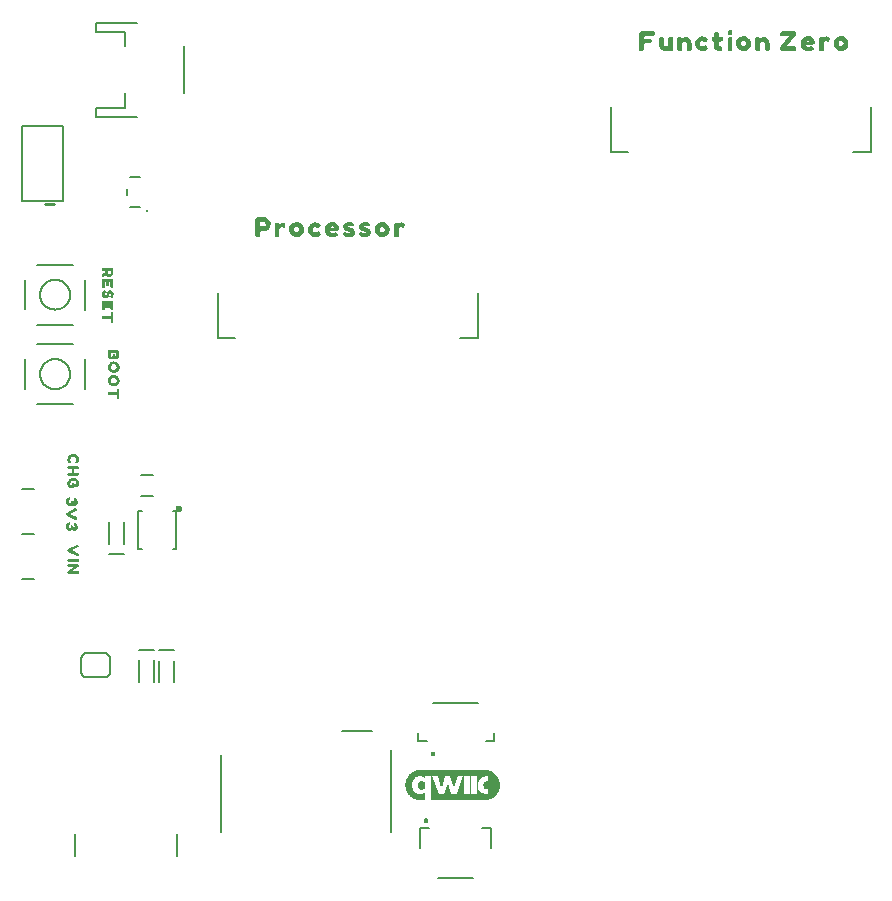
<source format=gto>
G04 EAGLE Gerber RS-274X export*
G75*
%MOMM*%
%FSLAX34Y34*%
%LPD*%
%INSilkscreen Top*%
%IPPOS*%
%AMOC8*
5,1,8,0,0,1.08239X$1,22.5*%
G01*
%ADD10C,0.203200*%
%ADD11C,0.406400*%
%ADD12C,0.152400*%
%ADD13C,0.254000*%
%ADD14C,0.127000*%
%ADD15C,0.600000*%
%ADD16C,0.254000*%

G36*
X382129Y70919D02*
X382129Y70919D01*
X382133Y70920D01*
X382141Y70916D01*
X405330Y70917D01*
X405332Y70919D01*
X405335Y70918D01*
X407855Y71138D01*
X407859Y71140D01*
X407865Y71139D01*
X408415Y71279D01*
X408418Y71281D01*
X408429Y71280D01*
X410419Y71900D01*
X410421Y71903D01*
X410428Y71904D01*
X410898Y72134D01*
X410898Y72135D01*
X410900Y72135D01*
X412810Y73185D01*
X412813Y73190D01*
X412820Y73192D01*
X414120Y74272D01*
X414500Y74592D01*
X414501Y74594D01*
X414504Y74595D01*
X414844Y74925D01*
X414844Y74928D01*
X414848Y74930D01*
X415728Y76000D01*
X416158Y76520D01*
X416159Y76524D01*
X416164Y76527D01*
X416444Y76987D01*
X416444Y76989D01*
X416445Y76990D01*
X416725Y77510D01*
X417455Y78840D01*
X417455Y78843D01*
X417457Y78844D01*
X417457Y78848D01*
X417460Y78852D01*
X417830Y80072D01*
X417828Y80078D01*
X417837Y80084D01*
X417837Y80088D01*
X417840Y80092D01*
X418230Y81412D01*
X418229Y81417D01*
X418232Y81424D01*
X418482Y84014D01*
X418480Y84019D01*
X418482Y84027D01*
X418202Y86607D01*
X418199Y86611D01*
X418200Y86619D01*
X418100Y86939D01*
X418089Y86948D01*
X418089Y86950D01*
X418090Y86959D01*
X417530Y88759D01*
X417527Y88761D01*
X417527Y88767D01*
X417167Y89527D01*
X417165Y89528D01*
X417165Y89530D01*
X416675Y90430D01*
X416675Y90431D01*
X416285Y91131D01*
X416281Y91133D01*
X416279Y91139D01*
X415389Y92239D01*
X415388Y92240D01*
X415226Y92434D01*
X414618Y93160D01*
X414613Y93162D01*
X414610Y93169D01*
X412660Y94749D01*
X412654Y94749D01*
X412650Y94755D01*
X410820Y95755D01*
X410817Y95755D01*
X410815Y95758D01*
X410265Y95998D01*
X410262Y95997D01*
X410259Y96000D01*
X408421Y96569D01*
X408416Y96577D01*
X408392Y96574D01*
X408385Y96575D01*
X408382Y96577D01*
X408376Y96587D01*
X408370Y96586D01*
X408363Y96591D01*
X407883Y96691D01*
X407880Y96690D01*
X407876Y96692D01*
X405526Y96932D01*
X405524Y96931D01*
X405520Y96933D01*
X398790Y96933D01*
X398780Y96926D01*
X398776Y96926D01*
X398760Y96933D01*
X391660Y96933D01*
X391656Y96930D01*
X391650Y96933D01*
X376720Y96931D01*
X376716Y96937D01*
X376703Y96935D01*
X376692Y96943D01*
X376683Y96937D01*
X376670Y96943D01*
X355430Y96943D01*
X355411Y96931D01*
X355406Y96930D01*
X355400Y96933D01*
X351460Y96933D01*
X351458Y96931D01*
X351454Y96932D01*
X348884Y96682D01*
X348880Y96679D01*
X348872Y96680D01*
X347652Y96310D01*
X347648Y96305D01*
X347644Y96306D01*
X347636Y96313D01*
X347627Y96308D01*
X347611Y96310D01*
X346301Y95890D01*
X346297Y95886D01*
X346290Y95885D01*
X344960Y95155D01*
X344959Y95155D01*
X344049Y94645D01*
X344047Y94640D01*
X344040Y94638D01*
X343240Y93968D01*
X342380Y93258D01*
X342379Y93255D01*
X342374Y93253D01*
X341944Y92793D01*
X341944Y92791D01*
X341942Y92790D01*
X341272Y91990D01*
X341271Y91990D01*
X340751Y91350D01*
X340751Y91346D01*
X340747Y91343D01*
X340517Y90973D01*
X340517Y90972D01*
X340515Y90970D01*
X339965Y89980D01*
X339965Y89979D01*
X339435Y88979D01*
X339435Y88975D01*
X339430Y88970D01*
X339240Y88390D01*
X339241Y88389D01*
X339240Y88389D01*
X338820Y87039D01*
X338821Y87037D01*
X338819Y87034D01*
X338639Y86264D01*
X338640Y86261D01*
X338638Y86257D01*
X338498Y84967D01*
X338428Y84317D01*
X338429Y84315D01*
X338427Y84312D01*
X338407Y83672D01*
X338408Y83671D01*
X338407Y83670D01*
X338407Y83660D01*
X338418Y83644D01*
X338628Y81614D01*
X338629Y81612D01*
X338628Y81609D01*
X338728Y81059D01*
X338731Y81056D01*
X338730Y81051D01*
X339350Y79071D01*
X339354Y79068D01*
X339354Y79062D01*
X339363Y79043D01*
X339633Y78454D01*
X339635Y78453D01*
X339635Y78450D01*
X340045Y77700D01*
X340345Y77160D01*
X340575Y76730D01*
X340585Y76725D01*
X340592Y76700D01*
X340822Y76420D01*
X341521Y75560D01*
X341522Y75560D01*
X341522Y75559D01*
X341594Y75476D01*
X341647Y75413D01*
X341754Y75287D01*
X341861Y75162D01*
X341914Y75099D01*
X342021Y74974D01*
X342075Y74911D01*
X342182Y74785D01*
X342235Y74723D01*
X342272Y74679D01*
X342277Y74678D01*
X342280Y74672D01*
X342710Y74312D01*
X343620Y73552D01*
X343621Y73552D01*
X343622Y73550D01*
X343952Y73300D01*
X343953Y73300D01*
X343954Y73298D01*
X344374Y73008D01*
X344377Y73008D01*
X344380Y73005D01*
X346190Y72015D01*
X346194Y72015D01*
X346198Y72011D01*
X346718Y71821D01*
X346720Y71822D01*
X346722Y71820D01*
X347061Y71720D01*
X348751Y71190D01*
X348776Y71197D01*
X348778Y71197D01*
X348793Y71188D01*
X351333Y70918D01*
X351344Y70923D01*
X351354Y70924D01*
X351370Y70917D01*
X355410Y70917D01*
X355429Y70929D01*
X355451Y70933D01*
X355458Y70948D01*
X355467Y70954D01*
X355466Y70964D01*
X355473Y70980D01*
X355473Y78210D01*
X355464Y78223D01*
X355466Y78238D01*
X355448Y78249D01*
X355436Y78267D01*
X355421Y78265D01*
X355407Y78273D01*
X355380Y78259D01*
X355369Y78257D01*
X355366Y78252D01*
X355361Y78249D01*
X355282Y78150D01*
X355154Y78003D01*
X354925Y77754D01*
X354597Y77446D01*
X354380Y77249D01*
X354164Y77091D01*
X353947Y76943D01*
X353573Y76737D01*
X353317Y76628D01*
X352970Y76499D01*
X352643Y76390D01*
X352307Y76311D01*
X351860Y76232D01*
X351614Y76193D01*
X351368Y76183D01*
X351361Y76178D01*
X351350Y76183D01*
X351340Y76183D01*
X351340Y76182D01*
X351002Y76173D01*
X349467Y76332D01*
X349452Y76325D01*
X349443Y76327D01*
X349429Y76340D01*
X349079Y76450D01*
X348500Y76629D01*
X347927Y76847D01*
X347421Y77135D01*
X347046Y77352D01*
X346412Y77887D01*
X345888Y78401D01*
X345341Y79157D01*
X345324Y79163D01*
X345317Y79173D01*
X345316Y79188D01*
X344579Y80692D01*
X344202Y82180D01*
X344085Y83743D01*
X344088Y83745D01*
X344086Y83754D01*
X344093Y83766D01*
X344192Y85351D01*
X344550Y86890D01*
X345185Y88278D01*
X345828Y89179D01*
X346551Y89863D01*
X346976Y90218D01*
X347779Y90674D01*
X348372Y90941D01*
X349388Y91240D01*
X349402Y91256D01*
X349425Y91247D01*
X351001Y91377D01*
X351484Y91348D01*
X352010Y91278D01*
X352378Y91209D01*
X352603Y91159D01*
X353038Y91011D01*
X353543Y90803D01*
X353965Y90567D01*
X354292Y90320D01*
X354678Y90013D01*
X354976Y89725D01*
X355356Y89355D01*
X355368Y89353D01*
X355374Y89343D01*
X355399Y89346D01*
X355423Y89342D01*
X355430Y89351D01*
X355441Y89353D01*
X355459Y89391D01*
X355463Y89397D01*
X355462Y89398D01*
X355463Y89400D01*
X355463Y91229D01*
X360297Y91228D01*
X360297Y82710D01*
X360307Y79150D01*
X360297Y76420D01*
X360297Y70980D01*
X360309Y70961D01*
X360313Y70939D01*
X360328Y70932D01*
X360334Y70923D01*
X360344Y70924D01*
X360360Y70917D01*
X366319Y70917D01*
X366321Y70914D01*
X366332Y70915D01*
X366350Y70907D01*
X382110Y70907D01*
X382129Y70919D01*
G37*
%LPC*%
G36*
X366657Y76363D02*
X366657Y76363D01*
X361125Y91228D01*
X366090Y91227D01*
X366096Y91231D01*
X367020Y88062D01*
X369010Y81193D01*
X369024Y81180D01*
X369029Y81162D01*
X369047Y81160D01*
X369061Y81148D01*
X369078Y81156D01*
X369096Y81153D01*
X369112Y81171D01*
X369123Y81176D01*
X369124Y81185D01*
X369130Y81192D01*
X372066Y91237D01*
X376661Y91237D01*
X376664Y91233D01*
X376674Y91234D01*
X376690Y91227D01*
X376694Y91227D01*
X379610Y81173D01*
X379624Y81160D01*
X379629Y81143D01*
X379647Y81140D01*
X379661Y81128D01*
X379678Y81136D01*
X379696Y81133D01*
X379712Y81151D01*
X379723Y81156D01*
X379724Y81165D01*
X379730Y81172D01*
X382716Y91227D01*
X387368Y91227D01*
X381972Y76363D01*
X377159Y76363D01*
X374390Y85498D01*
X374381Y85506D01*
X374374Y85524D01*
X374364Y85534D01*
X374362Y85535D01*
X374362Y85537D01*
X374341Y85540D01*
X374338Y85542D01*
X374336Y85541D01*
X374330Y85542D01*
X374298Y85549D01*
X374297Y85547D01*
X374295Y85547D01*
X374260Y85509D01*
X371371Y76363D01*
X366657Y76363D01*
G37*
%LPD*%
G36*
X214493Y548011D02*
X214493Y548011D01*
X214510Y548025D01*
X214522Y548023D01*
X215222Y548623D01*
X215225Y548636D01*
X215227Y548646D01*
X215239Y548652D01*
X215439Y549852D01*
X215436Y549857D01*
X215439Y549860D01*
X215439Y552226D01*
X216199Y552511D01*
X218490Y552511D01*
X218495Y552515D01*
X218499Y552512D01*
X219599Y552712D01*
X219603Y552716D01*
X219607Y552714D01*
X220707Y553114D01*
X220710Y553118D01*
X220714Y553117D01*
X221814Y553717D01*
X221817Y553724D01*
X221823Y553723D01*
X222723Y554523D01*
X222724Y554530D01*
X222729Y554530D01*
X223429Y555430D01*
X223429Y555438D01*
X223435Y555440D01*
X223935Y556540D01*
X223934Y556545D01*
X223938Y556547D01*
X224238Y557647D01*
X224237Y557648D01*
X224238Y557649D01*
X224236Y557651D01*
X224235Y557653D01*
X224239Y557656D01*
X224339Y558856D01*
X224337Y558859D01*
X224339Y558860D01*
X224339Y560060D01*
X224327Y560076D01*
X224331Y560087D01*
X224133Y560384D01*
X223635Y561480D01*
X223629Y561484D01*
X223630Y561488D01*
X222930Y562488D01*
X222922Y562491D01*
X222923Y562497D01*
X222023Y563297D01*
X222018Y563297D01*
X222018Y563300D01*
X221018Y564000D01*
X221009Y564000D01*
X221007Y564006D01*
X219907Y564406D01*
X219904Y564405D01*
X219903Y564408D01*
X218803Y564708D01*
X218797Y564705D01*
X218793Y564705D01*
X218790Y564709D01*
X212790Y564709D01*
X212784Y564705D01*
X212778Y564705D01*
X212777Y564704D01*
X212773Y564706D01*
X211673Y564306D01*
X211658Y564283D01*
X211652Y564279D01*
X211643Y564276D01*
X211343Y563376D01*
X211347Y563365D01*
X211341Y563360D01*
X211341Y549160D01*
X211350Y549147D01*
X211346Y549138D01*
X211746Y548338D01*
X211770Y548326D01*
X211774Y548313D01*
X212974Y547913D01*
X212987Y547918D01*
X212993Y547911D01*
X214493Y548011D01*
G37*
G36*
X668223Y705400D02*
X668223Y705400D01*
X668232Y705396D01*
X669232Y705896D01*
X669245Y705922D01*
X669258Y705927D01*
X669558Y707027D01*
X669553Y707038D01*
X669559Y707044D01*
X669459Y708344D01*
X669443Y708362D01*
X669445Y708375D01*
X668645Y709175D01*
X668624Y709178D01*
X668619Y709188D01*
X667519Y709388D01*
X667513Y709385D01*
X667510Y709389D01*
X662716Y709389D01*
X661993Y709570D01*
X668950Y719011D01*
X668950Y719018D01*
X668952Y719020D01*
X668950Y719023D01*
X668949Y719027D01*
X668959Y719032D01*
X669159Y720232D01*
X669152Y720245D01*
X669158Y720253D01*
X668858Y721353D01*
X668839Y721367D01*
X668838Y721380D01*
X667838Y722080D01*
X667820Y722080D01*
X667814Y722089D01*
X666714Y722189D01*
X666712Y722187D01*
X666710Y722189D01*
X657210Y722189D01*
X657204Y722185D01*
X657202Y722185D01*
X657195Y722179D01*
X657186Y722183D01*
X656286Y721683D01*
X656277Y721663D01*
X656268Y721657D01*
X656270Y721655D01*
X656262Y721652D01*
X655962Y720452D01*
X655967Y720442D01*
X655961Y720437D01*
X656061Y719037D01*
X656075Y719020D01*
X656073Y719008D01*
X656673Y718308D01*
X656699Y718302D01*
X656706Y718291D01*
X657906Y718191D01*
X657909Y718193D01*
X657910Y718191D01*
X662590Y718191D01*
X662946Y717835D01*
X656770Y709269D01*
X656770Y709268D01*
X656070Y708268D01*
X656070Y708262D01*
X656068Y708261D01*
X656070Y708257D01*
X656070Y708250D01*
X656061Y708244D01*
X655961Y707044D01*
X655971Y707028D01*
X655966Y707018D01*
X656466Y706018D01*
X656483Y706009D01*
X656485Y705998D01*
X657485Y705398D01*
X657503Y705400D01*
X657510Y705391D01*
X668210Y705391D01*
X668223Y705400D01*
G37*
G36*
X538714Y705398D02*
X538714Y705398D01*
X538721Y705392D01*
X540021Y705692D01*
X540036Y705710D01*
X540049Y705710D01*
X540649Y706510D01*
X540649Y706532D01*
X540659Y706540D01*
X540659Y711213D01*
X541424Y711691D01*
X545010Y711691D01*
X545013Y711693D01*
X545014Y711691D01*
X546214Y711791D01*
X546234Y711809D01*
X546247Y711808D01*
X546847Y712508D01*
X546848Y712517D01*
X546851Y712519D01*
X546848Y712522D01*
X546849Y712527D01*
X546859Y712533D01*
X547059Y713933D01*
X547053Y713943D01*
X547059Y713948D01*
X546859Y715148D01*
X546840Y715166D01*
X546840Y715179D01*
X546040Y715779D01*
X546021Y715779D01*
X546019Y715783D01*
X546015Y715783D01*
X546010Y715789D01*
X541230Y715789D01*
X540659Y716360D01*
X540659Y717517D01*
X541328Y718091D01*
X548410Y718091D01*
X548419Y718097D01*
X548421Y718097D01*
X548426Y718101D01*
X548435Y718098D01*
X549435Y718698D01*
X549443Y718716D01*
X549453Y718724D01*
X549451Y718727D01*
X549458Y718731D01*
X549658Y719831D01*
X549654Y719840D01*
X549659Y719844D01*
X549559Y721144D01*
X549545Y721160D01*
X549547Y721172D01*
X548847Y721972D01*
X548824Y721977D01*
X548818Y721989D01*
X547618Y722189D01*
X547613Y722186D01*
X547610Y722189D01*
X538010Y722189D01*
X538004Y722185D01*
X537999Y722185D01*
X537997Y722183D01*
X537992Y722186D01*
X536992Y721786D01*
X536979Y721764D01*
X536975Y721761D01*
X536964Y721758D01*
X536564Y720758D01*
X536568Y720745D01*
X536561Y720740D01*
X536561Y707540D01*
X536563Y707537D01*
X536561Y707536D01*
X536661Y706336D01*
X536675Y706320D01*
X536673Y706308D01*
X537273Y705608D01*
X537297Y705603D01*
X537303Y705591D01*
X538703Y705391D01*
X538714Y705398D01*
G37*
G36*
X708118Y705397D02*
X708118Y705397D01*
X708123Y705393D01*
X709223Y705693D01*
X709226Y705696D01*
X709229Y705695D01*
X710429Y706195D01*
X710433Y706201D01*
X710437Y706199D01*
X711337Y706799D01*
X711340Y706806D01*
X711345Y706805D01*
X712245Y707705D01*
X712246Y707714D01*
X712252Y707715D01*
X712852Y708715D01*
X712852Y708718D01*
X712854Y708718D01*
X713354Y709718D01*
X713352Y709729D01*
X713359Y709732D01*
X713559Y710932D01*
X713557Y710935D01*
X713559Y710936D01*
X713659Y712236D01*
X713654Y712244D01*
X713659Y712248D01*
X713459Y713448D01*
X713454Y713453D01*
X713456Y713457D01*
X713056Y714557D01*
X713049Y714562D01*
X713051Y714567D01*
X712451Y715467D01*
X712446Y715469D01*
X712447Y715473D01*
X711647Y716373D01*
X711638Y716374D01*
X711638Y716380D01*
X710638Y717080D01*
X710631Y717080D01*
X710630Y717085D01*
X709530Y717585D01*
X709525Y717584D01*
X709523Y717588D01*
X708423Y717888D01*
X708414Y717884D01*
X708410Y717889D01*
X707210Y717889D01*
X707207Y717887D01*
X707206Y717889D01*
X706006Y717789D01*
X705999Y717783D01*
X705993Y717786D01*
X704893Y717386D01*
X704891Y717383D01*
X704888Y717384D01*
X703888Y716884D01*
X703885Y716877D01*
X703879Y716878D01*
X702879Y716078D01*
X702879Y716077D01*
X702877Y716077D01*
X701077Y714477D01*
X701072Y714448D01*
X701061Y714440D01*
X701061Y711940D01*
X701063Y711938D01*
X701061Y711936D01*
X701161Y710636D01*
X701166Y710631D01*
X701163Y710627D01*
X701463Y709527D01*
X701467Y709523D01*
X701465Y709520D01*
X701965Y708420D01*
X701975Y708415D01*
X701973Y708407D01*
X702773Y707507D01*
X702775Y707507D01*
X702775Y707505D01*
X703575Y706705D01*
X703584Y706704D01*
X703585Y706698D01*
X704585Y706098D01*
X704644Y706104D01*
X704643Y706114D01*
X704652Y706114D01*
X704670Y706144D01*
X704675Y706106D01*
X704687Y706107D01*
X704690Y706095D01*
X705790Y705595D01*
X705798Y705597D01*
X705801Y705592D01*
X706901Y705392D01*
X706907Y705395D01*
X706910Y705391D01*
X708110Y705391D01*
X708118Y705397D01*
G37*
G36*
X625518Y705397D02*
X625518Y705397D01*
X625523Y705393D01*
X626623Y705693D01*
X626627Y705697D01*
X626630Y705695D01*
X627730Y706195D01*
X627732Y706199D01*
X627735Y706198D01*
X628735Y706798D01*
X628739Y706808D01*
X628747Y706807D01*
X629547Y707707D01*
X629547Y707712D01*
X629550Y707712D01*
X630250Y708712D01*
X630250Y708717D01*
X630254Y708718D01*
X630754Y709718D01*
X630752Y709729D01*
X630759Y709732D01*
X630959Y710932D01*
X630956Y710937D01*
X630959Y710940D01*
X630959Y712240D01*
X630957Y712243D01*
X630959Y712244D01*
X630859Y713444D01*
X630853Y713451D01*
X630856Y713457D01*
X630456Y714557D01*
X630449Y714562D01*
X630451Y714567D01*
X629851Y715467D01*
X629844Y715470D01*
X629845Y715475D01*
X628945Y716375D01*
X628940Y716375D01*
X628940Y716379D01*
X628040Y717079D01*
X628032Y717079D01*
X628030Y717085D01*
X626930Y717585D01*
X626925Y717584D01*
X626923Y717588D01*
X625823Y717888D01*
X625814Y717884D01*
X625810Y717889D01*
X624610Y717889D01*
X624607Y717887D01*
X624606Y717889D01*
X623406Y717789D01*
X623399Y717783D01*
X623393Y717786D01*
X622293Y717386D01*
X622292Y717384D01*
X622290Y717385D01*
X621190Y716885D01*
X621185Y716875D01*
X621177Y716877D01*
X618477Y714477D01*
X618472Y714448D01*
X618461Y714440D01*
X618461Y711940D01*
X618463Y711938D01*
X618461Y711936D01*
X618561Y710636D01*
X618566Y710631D01*
X618563Y710627D01*
X618863Y709527D01*
X618867Y709523D01*
X618865Y709520D01*
X619365Y708420D01*
X619375Y708415D01*
X619373Y708407D01*
X620173Y707507D01*
X620175Y707507D01*
X620175Y707505D01*
X620975Y706705D01*
X620984Y706704D01*
X620985Y706698D01*
X621985Y706098D01*
X621990Y706098D01*
X621991Y706095D01*
X623191Y705595D01*
X623199Y705597D01*
X623201Y705592D01*
X624301Y705392D01*
X624307Y705395D01*
X624310Y705391D01*
X625510Y705391D01*
X625518Y705397D01*
G37*
G36*
X247097Y547916D02*
X247097Y547916D01*
X247102Y547912D01*
X248302Y548212D01*
X248306Y548217D01*
X248310Y548215D01*
X249410Y548715D01*
X249413Y548720D01*
X249417Y548719D01*
X250317Y549319D01*
X250320Y549326D01*
X250325Y549325D01*
X251225Y550225D01*
X251226Y550232D01*
X251230Y550232D01*
X251930Y551232D01*
X251930Y551240D01*
X251936Y551242D01*
X252336Y552242D01*
X252334Y552247D01*
X252338Y552248D01*
X252638Y553448D01*
X252634Y553456D01*
X252639Y553460D01*
X252639Y554760D01*
X252636Y554765D01*
X252639Y554768D01*
X252439Y555968D01*
X252434Y555973D01*
X252436Y555977D01*
X252036Y557077D01*
X252029Y557082D01*
X252031Y557087D01*
X251431Y557987D01*
X251426Y557989D01*
X251427Y557993D01*
X250627Y558893D01*
X250618Y558894D01*
X250618Y558900D01*
X249618Y559600D01*
X249611Y559600D01*
X249610Y559605D01*
X248510Y560105D01*
X248505Y560104D01*
X248503Y560108D01*
X247403Y560408D01*
X247394Y560404D01*
X247390Y560409D01*
X246190Y560409D01*
X246187Y560407D01*
X246186Y560409D01*
X244986Y560309D01*
X244979Y560303D01*
X244973Y560306D01*
X243873Y559906D01*
X243871Y559903D01*
X243868Y559904D01*
X242868Y559404D01*
X242865Y559397D01*
X242859Y559398D01*
X241859Y558598D01*
X241858Y558596D01*
X241856Y558596D01*
X240156Y556996D01*
X240152Y556968D01*
X240141Y556960D01*
X240141Y553160D01*
X240147Y553152D01*
X240143Y553147D01*
X240443Y552047D01*
X240449Y552042D01*
X240447Y552036D01*
X241047Y550936D01*
X241052Y550934D01*
X241051Y550930D01*
X241751Y550030D01*
X241758Y550028D01*
X241757Y550023D01*
X242657Y549223D01*
X242664Y549223D01*
X242665Y549218D01*
X243665Y548618D01*
X243669Y548618D01*
X243670Y548615D01*
X244770Y548115D01*
X244779Y548117D01*
X244782Y548111D01*
X245982Y547911D01*
X245987Y547914D01*
X245990Y547911D01*
X247090Y547911D01*
X247097Y547916D01*
G37*
G36*
X319698Y547917D02*
X319698Y547917D01*
X319703Y547913D01*
X320803Y548213D01*
X320807Y548217D01*
X320810Y548215D01*
X321910Y548715D01*
X321912Y548719D01*
X321915Y548718D01*
X322915Y549318D01*
X322919Y549328D01*
X322927Y549327D01*
X323727Y550227D01*
X323727Y550232D01*
X323730Y550232D01*
X324430Y551232D01*
X324430Y551237D01*
X324434Y551238D01*
X324934Y552238D01*
X324932Y552249D01*
X324939Y552252D01*
X325139Y553452D01*
X325136Y553457D01*
X325139Y553460D01*
X325139Y554760D01*
X325136Y554765D01*
X325139Y554768D01*
X324939Y555968D01*
X324936Y555971D01*
X324938Y555973D01*
X324638Y557073D01*
X324627Y557081D01*
X324629Y557090D01*
X323929Y557990D01*
X323926Y557991D01*
X323927Y557993D01*
X323127Y558893D01*
X323118Y558894D01*
X323118Y558900D01*
X322118Y559600D01*
X322113Y559600D01*
X322112Y559604D01*
X321112Y560104D01*
X321105Y560103D01*
X321103Y560108D01*
X320003Y560408D01*
X319994Y560404D01*
X319990Y560409D01*
X318690Y560409D01*
X318687Y560407D01*
X318686Y560409D01*
X317586Y560309D01*
X317579Y560303D01*
X317573Y560306D01*
X316473Y559906D01*
X316472Y559904D01*
X316470Y559905D01*
X315370Y559405D01*
X315365Y559395D01*
X315357Y559397D01*
X312657Y556997D01*
X312652Y556968D01*
X312641Y556960D01*
X312641Y554460D01*
X312643Y554458D01*
X312641Y554456D01*
X312741Y553156D01*
X312746Y553151D01*
X312743Y553147D01*
X313043Y552047D01*
X313047Y552043D01*
X313045Y552040D01*
X313545Y550940D01*
X313553Y550936D01*
X313551Y550930D01*
X314251Y550030D01*
X314258Y550028D01*
X314257Y550023D01*
X315157Y549223D01*
X315164Y549223D01*
X315165Y549218D01*
X316165Y548618D01*
X316169Y548618D01*
X316170Y548615D01*
X317270Y548115D01*
X317279Y548117D01*
X317282Y548111D01*
X318482Y547911D01*
X318487Y547914D01*
X318490Y547911D01*
X319690Y547911D01*
X319698Y547917D01*
G37*
G36*
X681513Y705491D02*
X681513Y705491D01*
X681518Y705495D01*
X681521Y705492D01*
X682821Y705792D01*
X682828Y705800D01*
X682834Y705797D01*
X683734Y706297D01*
X683739Y706309D01*
X683748Y706308D01*
X684248Y706908D01*
X684249Y706929D01*
X684259Y706935D01*
X684359Y707835D01*
X684348Y707853D01*
X684353Y707865D01*
X683653Y709065D01*
X683633Y709073D01*
X683630Y709085D01*
X682730Y709485D01*
X682707Y709480D01*
X682697Y709488D01*
X681599Y709188D01*
X680605Y708989D01*
X679316Y708989D01*
X678137Y709284D01*
X677396Y710117D01*
X678218Y710391D01*
X683010Y710391D01*
X683023Y710400D01*
X683032Y710396D01*
X684032Y710896D01*
X684036Y710904D01*
X684043Y710903D01*
X684943Y711703D01*
X684947Y711722D01*
X684957Y711731D01*
X684954Y711736D01*
X684959Y711740D01*
X684959Y713040D01*
X684957Y713043D01*
X684959Y713044D01*
X684859Y714244D01*
X684853Y714251D01*
X684856Y714257D01*
X684456Y715357D01*
X684447Y715363D01*
X684449Y715370D01*
X683749Y716270D01*
X683742Y716272D01*
X683743Y716277D01*
X682843Y717077D01*
X682833Y717078D01*
X682832Y717084D01*
X681832Y717584D01*
X681824Y717583D01*
X681822Y717588D01*
X680622Y717888D01*
X680614Y717884D01*
X680610Y717889D01*
X679310Y717889D01*
X679307Y717887D01*
X679306Y717889D01*
X678106Y717789D01*
X678101Y717785D01*
X678098Y717788D01*
X676898Y717488D01*
X676893Y717482D01*
X676888Y717484D01*
X675888Y716984D01*
X675885Y716978D01*
X675880Y716979D01*
X674980Y716279D01*
X674979Y716274D01*
X674975Y716275D01*
X674175Y715475D01*
X674174Y715466D01*
X674168Y715465D01*
X673568Y714465D01*
X673569Y714458D01*
X673564Y714457D01*
X673164Y713357D01*
X673167Y713348D01*
X673161Y713344D01*
X673061Y712144D01*
X673063Y712141D01*
X673061Y712140D01*
X673061Y710840D01*
X673065Y710835D01*
X673062Y710831D01*
X673262Y709731D01*
X673266Y709727D01*
X673264Y709723D01*
X673664Y708623D01*
X673672Y708618D01*
X673670Y708612D01*
X674370Y707612D01*
X674372Y707611D01*
X674371Y707610D01*
X675071Y706710D01*
X675085Y706706D01*
X675086Y706697D01*
X676186Y706097D01*
X676192Y706098D01*
X676193Y706094D01*
X677293Y705694D01*
X677299Y705696D01*
X677301Y705692D01*
X678401Y705492D01*
X678405Y705493D01*
X678407Y705491D01*
X679807Y705391D01*
X679811Y705394D01*
X679813Y705391D01*
X681513Y705491D01*
G37*
G36*
X278793Y548011D02*
X278793Y548011D01*
X278798Y548015D01*
X278801Y548012D01*
X280101Y548312D01*
X280108Y548320D01*
X280114Y548317D01*
X281014Y548817D01*
X281021Y548832D01*
X281031Y548833D01*
X281431Y549433D01*
X281430Y549449D01*
X281439Y549455D01*
X281539Y550355D01*
X281529Y550371D01*
X281534Y550382D01*
X280934Y551582D01*
X280913Y551592D01*
X280910Y551605D01*
X280010Y552005D01*
X279988Y552000D01*
X279978Y552008D01*
X278779Y551708D01*
X277785Y551509D01*
X276496Y551509D01*
X275318Y551804D01*
X274670Y552637D01*
X275399Y552911D01*
X280190Y552911D01*
X280202Y552920D01*
X280210Y552915D01*
X281310Y553415D01*
X281316Y553426D01*
X281325Y553425D01*
X282125Y554225D01*
X282127Y554243D01*
X282137Y554251D01*
X282134Y554256D01*
X282139Y554260D01*
X282139Y555560D01*
X282137Y555563D01*
X282139Y555564D01*
X282039Y556764D01*
X282033Y556771D01*
X282036Y556777D01*
X281636Y557877D01*
X281627Y557883D01*
X281629Y557890D01*
X280929Y558790D01*
X280922Y558792D01*
X280923Y558797D01*
X280023Y559597D01*
X280013Y559598D01*
X280012Y559604D01*
X279012Y560104D01*
X279005Y560103D01*
X279003Y560108D01*
X277903Y560408D01*
X277894Y560404D01*
X277890Y560409D01*
X276590Y560409D01*
X276588Y560407D01*
X276586Y560409D01*
X275286Y560309D01*
X275281Y560304D01*
X275277Y560308D01*
X274177Y560008D01*
X274173Y560003D01*
X274170Y560005D01*
X273070Y559505D01*
X273066Y559497D01*
X273060Y559499D01*
X272160Y558799D01*
X272159Y558794D01*
X272155Y558795D01*
X271355Y557995D01*
X271354Y557986D01*
X271348Y557985D01*
X270748Y556985D01*
X270749Y556976D01*
X270743Y556973D01*
X270443Y555873D01*
X270444Y555869D01*
X270441Y555868D01*
X270241Y554668D01*
X270244Y554663D01*
X270241Y554660D01*
X270241Y553360D01*
X270245Y553355D01*
X270242Y553351D01*
X270442Y552251D01*
X270448Y552245D01*
X270445Y552240D01*
X270945Y551140D01*
X270949Y551138D01*
X270948Y551135D01*
X271548Y550135D01*
X271554Y550132D01*
X271553Y550127D01*
X272353Y549227D01*
X272364Y549225D01*
X272365Y549218D01*
X273365Y548618D01*
X273372Y548619D01*
X273373Y548614D01*
X274473Y548214D01*
X274479Y548216D01*
X274481Y548212D01*
X275581Y548012D01*
X275585Y548013D01*
X275587Y548011D01*
X276987Y547911D01*
X276990Y547913D01*
X276993Y547911D01*
X278793Y548011D01*
G37*
G36*
X579713Y705491D02*
X579713Y705491D01*
X579728Y705504D01*
X579740Y705501D01*
X580540Y706101D01*
X580547Y706125D01*
X580558Y706131D01*
X580758Y707231D01*
X580755Y707237D01*
X580759Y707240D01*
X580759Y712040D01*
X580756Y712045D01*
X580759Y712048D01*
X580559Y713248D01*
X580554Y713253D01*
X580556Y713257D01*
X580156Y714357D01*
X580150Y714361D01*
X580152Y714365D01*
X579552Y715365D01*
X579544Y715369D01*
X579545Y715375D01*
X578645Y716275D01*
X578636Y716276D01*
X578635Y716282D01*
X577635Y716882D01*
X577629Y716882D01*
X577628Y716886D01*
X576628Y717286D01*
X576621Y717284D01*
X576618Y717289D01*
X575418Y717489D01*
X575408Y717483D01*
X575402Y717489D01*
X574202Y717289D01*
X574191Y717277D01*
X574182Y717280D01*
X573191Y716587D01*
X572634Y716494D01*
X572152Y717266D01*
X572124Y717277D01*
X572117Y717289D01*
X570717Y717489D01*
X570708Y717484D01*
X570703Y717489D01*
X569403Y717289D01*
X569384Y717270D01*
X569371Y717270D01*
X568771Y716470D01*
X568771Y716450D01*
X568761Y716444D01*
X568661Y715244D01*
X568663Y715241D01*
X568661Y715240D01*
X568661Y706940D01*
X568667Y706932D01*
X568663Y706926D01*
X568963Y705926D01*
X568985Y705909D01*
X568988Y705896D01*
X569988Y705396D01*
X570006Y705399D01*
X570013Y705391D01*
X571613Y705491D01*
X571626Y705502D01*
X571636Y705498D01*
X572436Y705998D01*
X572446Y706024D01*
X572458Y706030D01*
X572658Y707030D01*
X572655Y707037D01*
X572659Y707040D01*
X572659Y710738D01*
X572758Y711926D01*
X573246Y712902D01*
X574319Y713390D01*
X575493Y713292D01*
X576367Y712710D01*
X576661Y711534D01*
X576661Y706740D01*
X576670Y706728D01*
X576665Y706720D01*
X577065Y705820D01*
X577089Y705807D01*
X577093Y705794D01*
X578193Y705394D01*
X578207Y705398D01*
X578213Y705391D01*
X579713Y705491D01*
G37*
G36*
X558516Y705398D02*
X558516Y705398D01*
X558523Y705393D01*
X559623Y705693D01*
X559628Y705699D01*
X559634Y705697D01*
X560731Y706295D01*
X561190Y706479D01*
X561668Y705714D01*
X561693Y705705D01*
X561698Y705692D01*
X562898Y705392D01*
X562911Y705398D01*
X562917Y705391D01*
X564317Y705591D01*
X564332Y705607D01*
X564345Y705605D01*
X565045Y706305D01*
X565048Y706326D01*
X565058Y706331D01*
X565258Y707431D01*
X565255Y707437D01*
X565259Y707440D01*
X565259Y715840D01*
X565253Y715848D01*
X565257Y715854D01*
X564957Y716854D01*
X564936Y716870D01*
X564934Y716883D01*
X564034Y717383D01*
X564017Y717381D01*
X564010Y717389D01*
X562510Y717389D01*
X562499Y717381D01*
X562492Y717386D01*
X561492Y716986D01*
X561476Y716959D01*
X561463Y716954D01*
X561163Y715954D01*
X561166Y715946D01*
X561162Y715944D01*
X561163Y715943D01*
X561161Y715941D01*
X561061Y712341D01*
X561061Y712340D01*
X561061Y711149D01*
X560670Y710075D01*
X559698Y709589D01*
X558425Y709589D01*
X557551Y710172D01*
X557159Y711249D01*
X557159Y716140D01*
X557150Y716152D01*
X557155Y716160D01*
X556755Y717060D01*
X556731Y717073D01*
X556727Y717086D01*
X555627Y717486D01*
X555611Y717481D01*
X555604Y717489D01*
X554104Y717289D01*
X554089Y717275D01*
X554078Y717277D01*
X553378Y716677D01*
X553373Y716655D01*
X553362Y716650D01*
X553162Y715650D01*
X553165Y715643D01*
X553161Y715640D01*
X553161Y710740D01*
X553164Y710735D01*
X553161Y710732D01*
X553361Y709532D01*
X553369Y709525D01*
X553366Y709518D01*
X553866Y708518D01*
X553869Y708517D01*
X553868Y708515D01*
X554468Y707515D01*
X554474Y707512D01*
X554473Y707507D01*
X555273Y706607D01*
X555280Y706606D01*
X555280Y706601D01*
X556180Y705901D01*
X556191Y705901D01*
X556193Y705894D01*
X557293Y705494D01*
X557302Y705497D01*
X557306Y705491D01*
X558506Y705391D01*
X558516Y705398D01*
G37*
G36*
X645913Y705491D02*
X645913Y705491D01*
X645930Y705505D01*
X645942Y705503D01*
X646642Y706103D01*
X646645Y706116D01*
X646647Y706125D01*
X646658Y706131D01*
X646858Y707231D01*
X646855Y707237D01*
X646859Y707240D01*
X646859Y712040D01*
X646856Y712045D01*
X646859Y712048D01*
X646659Y713248D01*
X646654Y713253D01*
X646656Y713257D01*
X646256Y714357D01*
X646250Y714361D01*
X646252Y714365D01*
X645652Y715365D01*
X645646Y715368D01*
X645647Y715373D01*
X644847Y716273D01*
X644836Y716275D01*
X644835Y716282D01*
X643835Y716882D01*
X643828Y716881D01*
X643827Y716886D01*
X642727Y717286D01*
X642720Y717284D01*
X642718Y717289D01*
X641518Y717489D01*
X641508Y717483D01*
X641502Y717489D01*
X640302Y717289D01*
X640290Y717276D01*
X640280Y717279D01*
X639390Y716587D01*
X638735Y716493D01*
X638252Y717266D01*
X638224Y717277D01*
X638218Y717289D01*
X636918Y717489D01*
X636908Y717484D01*
X636903Y717489D01*
X635503Y717289D01*
X635484Y717270D01*
X635471Y717270D01*
X634871Y716470D01*
X634871Y716448D01*
X634861Y716440D01*
X634861Y706940D01*
X634867Y706932D01*
X634863Y706926D01*
X635163Y705926D01*
X635184Y705910D01*
X635186Y705897D01*
X636086Y705397D01*
X636105Y705400D01*
X636113Y705391D01*
X637713Y705491D01*
X637726Y705502D01*
X637736Y705498D01*
X638536Y705998D01*
X638545Y706021D01*
X638557Y706026D01*
X638857Y707026D01*
X638854Y707036D01*
X638859Y707040D01*
X638859Y711926D01*
X639445Y712902D01*
X640420Y713390D01*
X641593Y713292D01*
X642467Y712710D01*
X642761Y711534D01*
X642761Y707940D01*
X642763Y707937D01*
X642761Y707936D01*
X642861Y706736D01*
X642867Y706729D01*
X642863Y706724D01*
X643163Y705824D01*
X643189Y705807D01*
X643193Y705794D01*
X644293Y705394D01*
X644307Y705398D01*
X644313Y705391D01*
X645913Y705491D01*
G37*
G36*
X305294Y548011D02*
X305294Y548011D01*
X305297Y548013D01*
X305299Y548012D01*
X306399Y548212D01*
X306404Y548217D01*
X306408Y548214D01*
X307408Y548614D01*
X307414Y548623D01*
X307420Y548621D01*
X308320Y549321D01*
X308324Y549334D01*
X308332Y549335D01*
X308932Y550335D01*
X308931Y550347D01*
X308938Y550351D01*
X309138Y551451D01*
X309135Y551457D01*
X309139Y551460D01*
X309139Y552760D01*
X309133Y552768D01*
X309138Y552773D01*
X308838Y553873D01*
X308827Y553881D01*
X308829Y553890D01*
X308129Y554790D01*
X308115Y554794D01*
X308114Y554803D01*
X307014Y555403D01*
X307005Y555402D01*
X307003Y555408D01*
X305903Y555708D01*
X305900Y555706D01*
X305899Y555708D01*
X304801Y555908D01*
X303430Y556300D01*
X303250Y556931D01*
X304196Y557309D01*
X305479Y557112D01*
X306674Y556713D01*
X306685Y556717D01*
X306690Y556711D01*
X307590Y556711D01*
X307616Y556731D01*
X307630Y556731D01*
X308430Y557831D01*
X308430Y557841D01*
X308436Y557846D01*
X308437Y557846D01*
X308737Y558846D01*
X308723Y558883D01*
X308725Y558895D01*
X307925Y559695D01*
X307909Y559697D01*
X307906Y559707D01*
X306706Y560107D01*
X306704Y560106D01*
X306703Y560108D01*
X305603Y560408D01*
X305594Y560404D01*
X305590Y560409D01*
X304390Y560409D01*
X304388Y560408D01*
X304387Y560409D01*
X302887Y560309D01*
X302882Y560305D01*
X302879Y560308D01*
X301579Y560008D01*
X301572Y560000D01*
X301566Y560003D01*
X300666Y559503D01*
X300662Y559494D01*
X300655Y559495D01*
X299955Y558795D01*
X299953Y558781D01*
X299944Y558778D01*
X299544Y557778D01*
X299545Y557776D01*
X299543Y557774D01*
X299547Y557769D01*
X299547Y557768D01*
X299541Y557764D01*
X299441Y556664D01*
X299446Y556657D01*
X299441Y556652D01*
X299641Y555452D01*
X299649Y555445D01*
X299646Y555438D01*
X300146Y554438D01*
X300154Y554434D01*
X300153Y554427D01*
X300953Y553527D01*
X300964Y553525D01*
X300965Y553518D01*
X301965Y552918D01*
X301972Y552919D01*
X301973Y552914D01*
X303073Y552514D01*
X303078Y552515D01*
X303079Y552512D01*
X304377Y552212D01*
X305323Y551929D01*
X305056Y551307D01*
X303797Y551210D01*
X302711Y551605D01*
X301515Y552303D01*
X301497Y552300D01*
X301490Y552309D01*
X300390Y552309D01*
X300365Y552290D01*
X300352Y552291D01*
X299552Y551291D01*
X299551Y551280D01*
X299544Y551278D01*
X299144Y550278D01*
X299150Y550256D01*
X299143Y550246D01*
X299443Y549246D01*
X299464Y549230D01*
X299466Y549217D01*
X300566Y548617D01*
X300572Y548618D01*
X300573Y548614D01*
X301673Y548214D01*
X301680Y548216D01*
X301682Y548211D01*
X302882Y548011D01*
X302884Y548013D01*
X302886Y548011D01*
X303986Y547911D01*
X303991Y547914D01*
X303994Y547911D01*
X305294Y548011D01*
G37*
G36*
X291794Y548011D02*
X291794Y548011D01*
X291797Y548013D01*
X291799Y548012D01*
X292899Y548212D01*
X292904Y548217D01*
X292908Y548214D01*
X293908Y548614D01*
X293914Y548623D01*
X293920Y548621D01*
X294820Y549321D01*
X294824Y549334D01*
X294832Y549335D01*
X295432Y550335D01*
X295431Y550347D01*
X295438Y550351D01*
X295638Y551451D01*
X295635Y551457D01*
X295639Y551460D01*
X295639Y552760D01*
X295633Y552768D01*
X295638Y552773D01*
X295338Y553873D01*
X295327Y553881D01*
X295329Y553890D01*
X294629Y554790D01*
X294615Y554794D01*
X294614Y554803D01*
X293514Y555403D01*
X293505Y555402D01*
X293503Y555408D01*
X292403Y555708D01*
X292400Y555706D01*
X292399Y555708D01*
X291301Y555908D01*
X289926Y556301D01*
X289656Y556932D01*
X290695Y557309D01*
X291979Y557112D01*
X293174Y556713D01*
X293185Y556717D01*
X293190Y556711D01*
X294090Y556711D01*
X294116Y556731D01*
X294130Y556731D01*
X294930Y557831D01*
X294930Y557841D01*
X294937Y557846D01*
X294935Y557849D01*
X294938Y557850D01*
X295138Y558850D01*
X295123Y558882D01*
X295125Y558895D01*
X294325Y559695D01*
X294310Y559697D01*
X294307Y559706D01*
X293207Y560106D01*
X293204Y560105D01*
X293203Y560108D01*
X292103Y560408D01*
X292094Y560404D01*
X292090Y560409D01*
X290890Y560409D01*
X290888Y560408D01*
X290887Y560409D01*
X289387Y560309D01*
X289382Y560305D01*
X289379Y560308D01*
X288079Y560008D01*
X288072Y560000D01*
X288066Y560003D01*
X287166Y559503D01*
X287162Y559494D01*
X287155Y559495D01*
X286455Y558795D01*
X286453Y558781D01*
X286444Y558778D01*
X286044Y557778D01*
X286045Y557776D01*
X286043Y557774D01*
X286047Y557769D01*
X286047Y557768D01*
X286041Y557764D01*
X285941Y556664D01*
X285946Y556657D01*
X285941Y556652D01*
X286141Y555452D01*
X286149Y555445D01*
X286146Y555438D01*
X286646Y554438D01*
X286652Y554435D01*
X286651Y554430D01*
X287351Y553530D01*
X287365Y553526D01*
X287366Y553517D01*
X288466Y552917D01*
X288472Y552918D01*
X288473Y552914D01*
X289573Y552514D01*
X289578Y552515D01*
X289579Y552512D01*
X290877Y552212D01*
X291823Y551929D01*
X291557Y551307D01*
X290197Y551210D01*
X289111Y551605D01*
X287915Y552303D01*
X287897Y552300D01*
X287890Y552309D01*
X286890Y552309D01*
X286865Y552290D01*
X286852Y552291D01*
X286052Y551291D01*
X286051Y551280D01*
X286044Y551278D01*
X285644Y550278D01*
X285650Y550256D01*
X285643Y550246D01*
X285943Y549246D01*
X285964Y549230D01*
X285966Y549217D01*
X287066Y548617D01*
X287072Y548618D01*
X287073Y548614D01*
X288173Y548214D01*
X288180Y548216D01*
X288182Y548211D01*
X289382Y548011D01*
X289384Y548013D01*
X289386Y548011D01*
X290486Y547911D01*
X290491Y547914D01*
X290494Y547911D01*
X291794Y548011D01*
G37*
G36*
X605714Y705491D02*
X605714Y705491D01*
X605728Y705504D01*
X605740Y705501D01*
X606540Y706101D01*
X606547Y706127D01*
X606559Y706133D01*
X606759Y707533D01*
X606753Y707544D01*
X606752Y707545D01*
X606758Y707552D01*
X606458Y708752D01*
X606433Y708772D01*
X606430Y708785D01*
X605530Y709185D01*
X605521Y709183D01*
X605518Y709189D01*
X604342Y709385D01*
X603859Y710253D01*
X603859Y712532D01*
X604144Y713387D01*
X605206Y713291D01*
X605213Y713296D01*
X605218Y713291D01*
X606418Y713491D01*
X606431Y713505D01*
X606442Y713503D01*
X607142Y714103D01*
X607147Y714127D01*
X607159Y714133D01*
X607359Y715533D01*
X607352Y715544D01*
X607358Y715551D01*
X607058Y716851D01*
X607036Y716870D01*
X607034Y716883D01*
X606134Y717383D01*
X606120Y717381D01*
X606115Y717389D01*
X605115Y717489D01*
X605109Y717486D01*
X605106Y717489D01*
X603859Y717393D01*
X603859Y719640D01*
X603857Y719643D01*
X603859Y719644D01*
X603759Y720844D01*
X603740Y720866D01*
X603740Y720879D01*
X602940Y721479D01*
X602920Y721479D01*
X602914Y721489D01*
X601514Y721589D01*
X601504Y721583D01*
X601498Y721588D01*
X600298Y721288D01*
X600278Y721263D01*
X600265Y721260D01*
X599865Y720360D01*
X599868Y720346D01*
X599861Y720340D01*
X599861Y717958D01*
X599384Y717385D01*
X598301Y717188D01*
X598279Y717165D01*
X598266Y717162D01*
X597766Y716162D01*
X597769Y716146D01*
X597761Y716140D01*
X597761Y714840D01*
X597767Y714832D01*
X597763Y714827D01*
X598063Y713727D01*
X598090Y713706D01*
X598094Y713693D01*
X599861Y713105D01*
X599861Y709440D01*
X599864Y709435D01*
X599861Y709433D01*
X600061Y708133D01*
X600069Y708125D01*
X600066Y708118D01*
X600566Y707118D01*
X600574Y707114D01*
X600573Y707108D01*
X601173Y706408D01*
X601182Y706406D01*
X601183Y706399D01*
X602083Y705799D01*
X602094Y705800D01*
X602097Y705793D01*
X603197Y705493D01*
X603204Y705495D01*
X603206Y705491D01*
X604506Y705391D01*
X604511Y705394D01*
X604514Y705391D01*
X605714Y705491D01*
G37*
G36*
X590817Y705396D02*
X590817Y705396D01*
X590822Y705392D01*
X592022Y705692D01*
X592027Y705698D01*
X592032Y705696D01*
X593032Y706196D01*
X593035Y706201D01*
X593039Y706200D01*
X594139Y707000D01*
X594144Y707017D01*
X594155Y707020D01*
X594555Y707920D01*
X594551Y707938D01*
X594552Y707938D01*
X594550Y707941D01*
X594548Y707948D01*
X594555Y707960D01*
X594055Y709060D01*
X594045Y709066D01*
X594046Y709073D01*
X593046Y710173D01*
X593030Y710176D01*
X593027Y710186D01*
X592227Y710486D01*
X592199Y710478D01*
X592186Y710483D01*
X591090Y709885D01*
X590008Y709492D01*
X588933Y709785D01*
X587959Y710564D01*
X587959Y711731D01*
X588351Y712809D01*
X589326Y713491D01*
X590498Y713491D01*
X591688Y712896D01*
X591693Y712897D01*
X591694Y712893D01*
X592594Y712593D01*
X592625Y712603D01*
X592637Y712599D01*
X593537Y713199D01*
X593543Y713214D01*
X593553Y713215D01*
X594253Y714415D01*
X594251Y714427D01*
X594258Y714431D01*
X594458Y715531D01*
X594447Y715555D01*
X594451Y715567D01*
X593851Y716467D01*
X593835Y716473D01*
X593834Y716483D01*
X592734Y717083D01*
X592727Y717082D01*
X592726Y717087D01*
X591526Y717487D01*
X591521Y717485D01*
X591519Y717488D01*
X590419Y717688D01*
X590413Y717685D01*
X590410Y717689D01*
X589210Y717689D01*
X589202Y717683D01*
X589197Y717688D01*
X588097Y717388D01*
X588093Y717383D01*
X588090Y717385D01*
X586990Y716885D01*
X586987Y716880D01*
X586984Y716882D01*
X585884Y716182D01*
X585881Y716174D01*
X585875Y716175D01*
X585075Y715375D01*
X585074Y715365D01*
X585067Y715364D01*
X584467Y714264D01*
X584468Y714258D01*
X584464Y714257D01*
X584064Y713157D01*
X584066Y713150D01*
X584061Y713148D01*
X583861Y711948D01*
X583866Y711940D01*
X583861Y711936D01*
X583961Y710736D01*
X583963Y710733D01*
X583962Y710731D01*
X584162Y709631D01*
X584168Y709625D01*
X584165Y709620D01*
X584665Y708520D01*
X584671Y708516D01*
X584670Y708512D01*
X585370Y707512D01*
X585378Y707509D01*
X585377Y707503D01*
X586277Y706703D01*
X586286Y706703D01*
X586286Y706697D01*
X587386Y706097D01*
X587389Y706097D01*
X587390Y706095D01*
X588490Y705595D01*
X588498Y705597D01*
X588501Y705592D01*
X589601Y705392D01*
X589607Y705395D01*
X589610Y705391D01*
X590810Y705391D01*
X590817Y705396D01*
G37*
G36*
X263097Y547916D02*
X263097Y547916D01*
X263102Y547912D01*
X264302Y548212D01*
X264307Y548218D01*
X264312Y548216D01*
X265312Y548716D01*
X265315Y548723D01*
X265321Y548722D01*
X266321Y549522D01*
X266325Y549538D01*
X266335Y549540D01*
X266735Y550440D01*
X266731Y550457D01*
X266733Y550458D01*
X266730Y550463D01*
X266729Y550466D01*
X266736Y550477D01*
X266336Y551577D01*
X266325Y551584D01*
X266326Y551593D01*
X265326Y552693D01*
X265310Y552696D01*
X265307Y552706D01*
X264507Y553006D01*
X264479Y552998D01*
X264466Y553003D01*
X263370Y552405D01*
X262288Y552012D01*
X261213Y552305D01*
X260239Y553084D01*
X260239Y554251D01*
X260631Y555329D01*
X261606Y556011D01*
X262777Y556011D01*
X263866Y555417D01*
X263874Y555418D01*
X263876Y555413D01*
X264876Y555113D01*
X264907Y555124D01*
X264920Y555121D01*
X265720Y555721D01*
X265723Y555732D01*
X265731Y555733D01*
X266531Y556933D01*
X266530Y556947D01*
X266538Y556951D01*
X266738Y558051D01*
X266725Y558077D01*
X266729Y558090D01*
X266029Y558990D01*
X266016Y558994D01*
X266015Y559002D01*
X265015Y559602D01*
X265007Y559601D01*
X265006Y559607D01*
X263806Y560007D01*
X263800Y560005D01*
X263798Y560009D01*
X262598Y560209D01*
X262593Y560206D01*
X262590Y560209D01*
X261490Y560209D01*
X261483Y560204D01*
X261478Y560208D01*
X260278Y559908D01*
X260274Y559903D01*
X260270Y559905D01*
X259170Y559405D01*
X259166Y559399D01*
X259162Y559400D01*
X258162Y558700D01*
X258160Y558694D01*
X258155Y558695D01*
X257355Y557895D01*
X257354Y557885D01*
X257347Y557884D01*
X256747Y556784D01*
X256748Y556778D01*
X256744Y556777D01*
X256344Y555677D01*
X256346Y555670D01*
X256341Y555668D01*
X256141Y554468D01*
X256144Y554463D01*
X256141Y554460D01*
X256141Y553260D01*
X256147Y553252D01*
X256143Y553247D01*
X256443Y552147D01*
X256447Y552143D01*
X256445Y552140D01*
X256945Y551040D01*
X256951Y551036D01*
X256950Y551032D01*
X257650Y550032D01*
X257658Y550029D01*
X257657Y550023D01*
X258557Y549223D01*
X258564Y549223D01*
X258565Y549218D01*
X259565Y548618D01*
X259569Y548618D01*
X259570Y548615D01*
X260670Y548115D01*
X260679Y548117D01*
X260682Y548111D01*
X261882Y547911D01*
X261887Y547914D01*
X261890Y547911D01*
X263090Y547911D01*
X263097Y547916D01*
G37*
%LPC*%
G36*
X407601Y76203D02*
X407601Y76203D01*
X407286Y76213D01*
X406950Y76262D01*
X406404Y76353D01*
X406390Y76362D01*
X404556Y76671D01*
X404068Y76847D01*
X401825Y78256D01*
X400397Y80447D01*
X400221Y80976D01*
X399763Y83564D01*
X399792Y84073D01*
X400240Y86651D01*
X400466Y87131D01*
X400684Y87498D01*
X400684Y87502D01*
X400687Y87504D01*
X400687Y87506D01*
X400702Y87515D01*
X401885Y89294D01*
X404078Y90714D01*
X404586Y90899D01*
X406461Y91218D01*
X406471Y91227D01*
X406490Y91227D01*
X406494Y91230D01*
X406501Y91228D01*
X407128Y91338D01*
X407663Y91377D01*
X408332Y91377D01*
X408332Y91270D01*
X408325Y87384D01*
X407502Y87413D01*
X407496Y87409D01*
X407486Y87411D01*
X406486Y87181D01*
X406479Y87174D01*
X406463Y87171D01*
X405623Y86561D01*
X405620Y86554D01*
X405611Y86549D01*
X405261Y86109D01*
X405260Y86103D01*
X405254Y86098D01*
X404794Y85178D01*
X404795Y85169D01*
X404788Y85158D01*
X404598Y83658D01*
X404601Y83651D01*
X404598Y83640D01*
X404768Y82540D01*
X404771Y82537D01*
X404770Y82530D01*
X404950Y81980D01*
X404954Y81977D01*
X404955Y81970D01*
X405415Y81110D01*
X405420Y81108D01*
X405421Y81103D01*
X405426Y81100D01*
X405431Y81091D01*
X406281Y80421D01*
X406290Y80420D01*
X406301Y80410D01*
X406801Y80250D01*
X406804Y80251D01*
X406809Y80248D01*
X407399Y80138D01*
X407400Y80139D01*
X407403Y80138D01*
X407843Y80088D01*
X407845Y80089D01*
X407849Y80087D01*
X408340Y80078D01*
X408343Y80059D01*
X408347Y80057D01*
X408347Y76203D01*
X407601Y76203D01*
G37*
%LPD*%
G36*
X92449Y432988D02*
X92449Y432988D01*
X92456Y432983D01*
X93656Y433383D01*
X93659Y433388D01*
X93662Y433386D01*
X94262Y433686D01*
X94264Y433690D01*
X94267Y433689D01*
X94867Y434089D01*
X94871Y434099D01*
X94878Y434099D01*
X95278Y434599D01*
X95778Y435198D01*
X95778Y435207D01*
X95784Y435208D01*
X96084Y435808D01*
X96083Y435813D01*
X96087Y435814D01*
X96487Y437014D01*
X96483Y437025D01*
X96489Y437030D01*
X96489Y438230D01*
X96486Y438235D01*
X96489Y438238D01*
X96389Y438838D01*
X96385Y438841D01*
X96387Y438844D01*
X96187Y439544D01*
X96180Y439549D01*
X96182Y439555D01*
X95882Y440055D01*
X95881Y440056D01*
X95881Y440057D01*
X95481Y440657D01*
X95474Y440660D01*
X95475Y440665D01*
X94975Y441165D01*
X94971Y441165D01*
X94971Y441168D01*
X94471Y441568D01*
X94467Y441569D01*
X94467Y441571D01*
X93867Y441971D01*
X93858Y441970D01*
X93856Y441977D01*
X92656Y442377D01*
X92649Y442375D01*
X92647Y442379D01*
X91947Y442479D01*
X91942Y442476D01*
X91940Y442479D01*
X91240Y442479D01*
X91236Y442476D01*
X91233Y442479D01*
X90533Y442379D01*
X90528Y442374D01*
X90524Y442377D01*
X89324Y441977D01*
X89319Y441969D01*
X89313Y441971D01*
X88713Y441571D01*
X88712Y441568D01*
X88709Y441568D01*
X88209Y441168D01*
X88208Y441164D01*
X88205Y441165D01*
X87705Y440665D01*
X87704Y440658D01*
X87699Y440657D01*
X87299Y440057D01*
X87299Y440053D01*
X87296Y440052D01*
X86996Y439452D01*
X86997Y439448D01*
X86994Y439446D01*
X86993Y439446D01*
X86793Y438846D01*
X86795Y438839D01*
X86791Y438837D01*
X86691Y438137D01*
X86694Y438132D01*
X86691Y438130D01*
X86691Y436830D01*
X86697Y436822D01*
X86693Y436816D01*
X86893Y436116D01*
X86898Y436112D01*
X86896Y436108D01*
X87196Y435508D01*
X87199Y435507D01*
X87198Y435505D01*
X87498Y435005D01*
X87503Y435003D01*
X87502Y434998D01*
X88002Y434398D01*
X88009Y434397D01*
X88009Y434392D01*
X88509Y433992D01*
X88513Y433991D01*
X88513Y433989D01*
X89113Y433589D01*
X89117Y433589D01*
X89118Y433586D01*
X89718Y433286D01*
X89723Y433287D01*
X89724Y433283D01*
X90324Y433083D01*
X90331Y433085D01*
X90333Y433081D01*
X91033Y432981D01*
X91038Y432984D01*
X91040Y432981D01*
X92440Y432981D01*
X92449Y432988D01*
G37*
G36*
X92447Y421581D02*
X92447Y421581D01*
X92448Y421582D01*
X92448Y421581D01*
X93048Y421681D01*
X93055Y421689D01*
X93062Y421686D01*
X94262Y422286D01*
X94264Y422290D01*
X94267Y422289D01*
X94867Y422689D01*
X94871Y422699D01*
X94878Y422699D01*
X95277Y423197D01*
X95775Y423695D01*
X95776Y423707D01*
X95784Y423708D01*
X96084Y424308D01*
X96083Y424313D01*
X96087Y424314D01*
X96287Y424914D01*
X96287Y424915D01*
X96286Y424916D01*
X96287Y424916D01*
X96487Y425616D01*
X96484Y425626D01*
X96489Y425630D01*
X96489Y426730D01*
X96486Y426734D01*
X96489Y426737D01*
X96389Y427437D01*
X96384Y427442D01*
X96387Y427446D01*
X96187Y428046D01*
X96182Y428049D01*
X96184Y428052D01*
X95884Y428652D01*
X95880Y428654D01*
X95881Y428657D01*
X95481Y429257D01*
X95474Y429260D01*
X95475Y429265D01*
X94975Y429765D01*
X94971Y429765D01*
X94971Y429768D01*
X94471Y430168D01*
X94463Y430169D01*
X94462Y430174D01*
X93262Y430774D01*
X93252Y430772D01*
X93248Y430779D01*
X92648Y430879D01*
X92647Y430878D01*
X92647Y430879D01*
X91947Y430979D01*
X91942Y430976D01*
X91940Y430979D01*
X90540Y430979D01*
X90531Y430972D01*
X90524Y430977D01*
X89924Y430777D01*
X89921Y430772D01*
X89918Y430774D01*
X88718Y430174D01*
X88713Y430164D01*
X88705Y430165D01*
X87705Y429165D01*
X87705Y429161D01*
X87702Y429161D01*
X87302Y428661D01*
X87301Y428653D01*
X87296Y428652D01*
X86996Y428052D01*
X86997Y428047D01*
X86996Y428047D01*
X86993Y428046D01*
X86793Y427446D01*
X86795Y427439D01*
X86791Y427437D01*
X86691Y426737D01*
X86694Y426732D01*
X86691Y426730D01*
X86691Y425330D01*
X86698Y425321D01*
X86693Y425314D01*
X86893Y424714D01*
X86898Y424711D01*
X86896Y424708D01*
X87496Y423508D01*
X87506Y423503D01*
X87505Y423495D01*
X88505Y422495D01*
X88517Y422494D01*
X88518Y422486D01*
X89718Y421886D01*
X89723Y421887D01*
X89724Y421883D01*
X90324Y421683D01*
X90331Y421685D01*
X90333Y421681D01*
X91733Y421481D01*
X91742Y421486D01*
X91747Y421481D01*
X92447Y421581D01*
G37*
%LPC*%
G36*
X394330Y76383D02*
X394330Y76383D01*
X393923Y76383D01*
X393923Y91237D01*
X398757Y91237D01*
X398757Y87550D01*
X398760Y87546D01*
X398757Y87540D01*
X398757Y76373D01*
X394330Y76383D01*
G37*
%LPD*%
%LPC*%
G36*
X388074Y76383D02*
X388074Y76383D01*
X388073Y91227D01*
X391650Y91227D01*
X391667Y91238D01*
X391670Y91237D01*
X392867Y91237D01*
X392867Y76383D01*
X388074Y76383D01*
G37*
%LPD*%
G36*
X90647Y444281D02*
X90647Y444281D01*
X90655Y444289D01*
X90662Y444286D01*
X91262Y444586D01*
X91265Y444593D01*
X91271Y444592D01*
X91743Y444969D01*
X92013Y444789D01*
X92022Y444790D01*
X92024Y444783D01*
X92624Y444583D01*
X92631Y444585D01*
X92633Y444581D01*
X93333Y444481D01*
X93338Y444484D01*
X93340Y444481D01*
X94040Y444481D01*
X94053Y444490D01*
X94062Y444486D01*
X95262Y445086D01*
X95267Y445096D01*
X95275Y445095D01*
X95775Y445595D01*
X95776Y445607D01*
X95784Y445608D01*
X96084Y446208D01*
X96083Y446213D01*
X96087Y446214D01*
X96287Y446814D01*
X96284Y446824D01*
X96287Y446827D01*
X96287Y446828D01*
X96289Y446830D01*
X96289Y451130D01*
X96278Y451145D01*
X96282Y451155D01*
X95982Y451655D01*
X95954Y451667D01*
X95948Y451679D01*
X95348Y451779D01*
X95343Y451776D01*
X95340Y451779D01*
X87140Y451779D01*
X87114Y451760D01*
X87101Y451760D01*
X86801Y451360D01*
X86801Y451342D01*
X86798Y451340D01*
X86791Y451336D01*
X86691Y450536D01*
X86693Y450532D01*
X86691Y450530D01*
X86691Y447130D01*
X86694Y447126D01*
X86691Y447123D01*
X86791Y446423D01*
X86796Y446418D01*
X86793Y446414D01*
X86993Y445814D01*
X87001Y445809D01*
X86999Y445803D01*
X87399Y445203D01*
X87409Y445199D01*
X87409Y445192D01*
X87909Y444792D01*
X87913Y444791D01*
X87913Y444789D01*
X88513Y444389D01*
X88528Y444390D01*
X88533Y444381D01*
X89933Y444181D01*
X89942Y444186D01*
X89947Y444181D01*
X90647Y444281D01*
G37*
G36*
X230897Y548111D02*
X230897Y548111D01*
X230911Y548125D01*
X230922Y548123D01*
X231722Y548823D01*
X231728Y548852D01*
X231739Y548860D01*
X231739Y554648D01*
X232228Y555625D01*
X233200Y556208D01*
X234380Y556012D01*
X235477Y555713D01*
X235504Y555724D01*
X235517Y555719D01*
X236417Y556319D01*
X236424Y556338D01*
X236435Y556341D01*
X236935Y557541D01*
X236934Y557548D01*
X236937Y557550D01*
X236933Y557556D01*
X236939Y557560D01*
X236939Y558760D01*
X236929Y558774D01*
X236933Y558784D01*
X236433Y559684D01*
X236407Y559695D01*
X236402Y559708D01*
X235202Y560008D01*
X235197Y560006D01*
X235194Y560009D01*
X234094Y560109D01*
X234082Y560101D01*
X234074Y560107D01*
X232874Y559707D01*
X232868Y559697D01*
X232860Y559699D01*
X231994Y559026D01*
X231625Y559395D01*
X231617Y559396D01*
X231616Y559402D01*
X230816Y559902D01*
X230797Y559900D01*
X230790Y559909D01*
X229190Y559909D01*
X229182Y559903D01*
X229176Y559907D01*
X228176Y559607D01*
X228158Y559583D01*
X228145Y559580D01*
X227745Y558680D01*
X227748Y558666D01*
X227741Y558660D01*
X227741Y549060D01*
X227753Y549044D01*
X227749Y549033D01*
X228349Y548133D01*
X228375Y548124D01*
X228381Y548112D01*
X229481Y547912D01*
X229491Y547917D01*
X229497Y547911D01*
X230897Y548111D01*
G37*
G36*
X691917Y705591D02*
X691917Y705591D01*
X691932Y705607D01*
X691945Y705605D01*
X692645Y706305D01*
X692648Y706329D01*
X692659Y706336D01*
X692759Y707436D01*
X692757Y707438D01*
X692759Y707440D01*
X692759Y712131D01*
X693149Y713105D01*
X694218Y713688D01*
X695299Y713492D01*
X696397Y713193D01*
X696423Y713203D01*
X696435Y713198D01*
X697435Y713798D01*
X697444Y713820D01*
X697457Y713824D01*
X697857Y715024D01*
X697855Y715029D01*
X697858Y715030D01*
X697855Y715034D01*
X697859Y715036D01*
X697959Y716236D01*
X697947Y716255D01*
X697951Y716267D01*
X697351Y717167D01*
X697328Y717175D01*
X697323Y717188D01*
X696223Y717488D01*
X696217Y717485D01*
X696214Y717489D01*
X695114Y717589D01*
X695102Y717581D01*
X695094Y717587D01*
X693894Y717187D01*
X693889Y717178D01*
X693882Y717180D01*
X692916Y716504D01*
X692545Y716875D01*
X692537Y716876D01*
X692536Y716882D01*
X691736Y717382D01*
X691717Y717380D01*
X691710Y717389D01*
X690210Y717389D01*
X690202Y717383D01*
X690196Y717387D01*
X689196Y717087D01*
X689178Y717063D01*
X689165Y717060D01*
X688765Y716160D01*
X688768Y716146D01*
X688761Y716140D01*
X688761Y706540D01*
X688771Y706526D01*
X688767Y706516D01*
X689267Y705616D01*
X689296Y705603D01*
X689302Y705591D01*
X690502Y705391D01*
X690512Y705397D01*
X690517Y705391D01*
X691917Y705591D01*
G37*
G36*
X332197Y548111D02*
X332197Y548111D01*
X332212Y548127D01*
X332225Y548125D01*
X332925Y548825D01*
X332928Y548849D01*
X332939Y548856D01*
X333039Y549956D01*
X333037Y549958D01*
X333039Y549960D01*
X333039Y554651D01*
X333430Y555626D01*
X334400Y556208D01*
X335580Y556012D01*
X336677Y555713D01*
X336704Y555724D01*
X336717Y555719D01*
X337617Y556319D01*
X337624Y556338D01*
X337635Y556341D01*
X338135Y557541D01*
X338134Y557548D01*
X338137Y557550D01*
X338133Y557556D01*
X338139Y557560D01*
X338139Y558760D01*
X338129Y558774D01*
X338133Y558784D01*
X337633Y559684D01*
X337607Y559695D01*
X337602Y559708D01*
X336402Y560008D01*
X336397Y560006D01*
X336394Y560009D01*
X335294Y560109D01*
X335282Y560101D01*
X335274Y560107D01*
X334074Y559707D01*
X334068Y559697D01*
X334060Y559699D01*
X333194Y559026D01*
X332825Y559395D01*
X332817Y559396D01*
X332816Y559402D01*
X332016Y559902D01*
X331997Y559900D01*
X331990Y559909D01*
X330390Y559909D01*
X330382Y559903D01*
X330376Y559907D01*
X329376Y559607D01*
X329356Y559580D01*
X329343Y559576D01*
X329043Y558676D01*
X329047Y558665D01*
X329041Y558660D01*
X329041Y549060D01*
X329051Y549046D01*
X329047Y549036D01*
X329547Y548136D01*
X329576Y548123D01*
X329582Y548111D01*
X330782Y547911D01*
X330792Y547917D01*
X330797Y547911D01*
X332197Y548111D01*
G37*
G36*
X88667Y514191D02*
X88667Y514191D01*
X88672Y514196D01*
X88676Y514193D01*
X89276Y514393D01*
X89281Y514401D01*
X89287Y514399D01*
X89887Y514799D01*
X89891Y514809D01*
X89898Y514809D01*
X90298Y515309D01*
X90299Y515328D01*
X90327Y515303D01*
X90387Y515299D01*
X90388Y515312D01*
X90401Y515313D01*
X90801Y515913D01*
X90801Y515917D01*
X90804Y515918D01*
X91104Y516518D01*
X91102Y516529D01*
X91109Y516532D01*
X91209Y517132D01*
X91208Y517133D01*
X91209Y517133D01*
X91309Y517833D01*
X91306Y517838D01*
X91309Y517840D01*
X91309Y520640D01*
X91302Y520649D01*
X91307Y520656D01*
X91107Y521256D01*
X91087Y521269D01*
X91085Y521282D01*
X90585Y521582D01*
X90567Y521580D01*
X90560Y521589D01*
X82360Y521589D01*
X82345Y521578D01*
X82335Y521582D01*
X81835Y521282D01*
X81826Y521260D01*
X81813Y521256D01*
X81613Y520656D01*
X81614Y520655D01*
X81613Y520654D01*
X81614Y520652D01*
X81618Y520641D01*
X81611Y520635D01*
X81711Y519735D01*
X81727Y519718D01*
X81725Y519705D01*
X82125Y519305D01*
X82146Y519302D01*
X82152Y519291D01*
X82752Y519191D01*
X82757Y519194D01*
X82760Y519191D01*
X84127Y519191D01*
X84311Y518731D01*
X84311Y517370D01*
X83539Y516985D01*
X81940Y516285D01*
X81929Y516264D01*
X81916Y516262D01*
X81616Y515662D01*
X81620Y515641D01*
X81611Y515632D01*
X81711Y515032D01*
X81721Y515023D01*
X81717Y515016D01*
X82117Y514316D01*
X82138Y514307D01*
X82142Y514294D01*
X82642Y514094D01*
X82663Y514100D01*
X82674Y514093D01*
X83374Y514293D01*
X83375Y514294D01*
X83376Y514293D01*
X83676Y514393D01*
X83678Y514397D01*
X83681Y514395D01*
X84971Y514991D01*
X85443Y514991D01*
X85929Y514602D01*
X85937Y514601D01*
X85938Y514596D01*
X86538Y514296D01*
X86549Y514298D01*
X86553Y514291D01*
X87953Y514091D01*
X87962Y514096D01*
X87967Y514091D01*
X88667Y514191D01*
G37*
G36*
X60354Y262474D02*
X60354Y262474D01*
X60357Y262471D01*
X61057Y262571D01*
X61058Y262572D01*
X61058Y262571D01*
X61658Y262671D01*
X61681Y262696D01*
X61694Y262698D01*
X61994Y263298D01*
X61991Y263314D01*
X61999Y263320D01*
X61999Y264020D01*
X61992Y264029D01*
X61997Y264036D01*
X61797Y264636D01*
X61770Y264654D01*
X61766Y264667D01*
X61166Y264867D01*
X61159Y264865D01*
X61157Y264869D01*
X60457Y264969D01*
X60452Y264966D01*
X60450Y264969D01*
X56604Y264969D01*
X58579Y266380D01*
X58579Y266381D01*
X58579Y266380D01*
X61279Y268380D01*
X61281Y268386D01*
X61285Y268385D01*
X61785Y268885D01*
X61787Y268901D01*
X61792Y268904D01*
X61797Y268906D01*
X61997Y269606D01*
X61994Y269616D01*
X61999Y269620D01*
X61999Y270320D01*
X61985Y270338D01*
X61988Y270351D01*
X61588Y270851D01*
X61563Y270857D01*
X61557Y270869D01*
X60857Y270969D01*
X60852Y270966D01*
X60850Y270969D01*
X53450Y270969D01*
X53445Y270966D01*
X53442Y270969D01*
X52842Y270869D01*
X52827Y270853D01*
X52815Y270855D01*
X52415Y270455D01*
X52412Y270428D01*
X52401Y270420D01*
X52401Y269520D01*
X52408Y269511D01*
X52403Y269504D01*
X52603Y268904D01*
X52623Y268891D01*
X52625Y268878D01*
X53125Y268578D01*
X53137Y268579D01*
X53138Y268578D01*
X53145Y268578D01*
X53150Y268571D01*
X57702Y268571D01*
X53020Y265059D01*
X53020Y265058D01*
X53018Y265058D01*
X52418Y264558D01*
X52412Y264528D01*
X52401Y264520D01*
X52401Y263820D01*
X52404Y263816D01*
X52401Y263814D01*
X52501Y263014D01*
X52517Y262998D01*
X52515Y262985D01*
X52915Y262585D01*
X52936Y262582D01*
X52942Y262571D01*
X53542Y262471D01*
X53547Y262474D01*
X53550Y262471D01*
X60350Y262471D01*
X60354Y262474D01*
G37*
G36*
X83378Y486205D02*
X83378Y486205D01*
X83391Y486202D01*
X83891Y486602D01*
X83895Y486617D01*
X83900Y486621D01*
X83897Y486625D01*
X83897Y486626D01*
X83909Y486632D01*
X84009Y487232D01*
X84006Y487237D01*
X84009Y487240D01*
X84009Y491291D01*
X84556Y491291D01*
X85111Y491198D01*
X85111Y489240D01*
X85114Y489236D01*
X85111Y489233D01*
X85211Y488533D01*
X85216Y488528D01*
X85213Y488524D01*
X85413Y487924D01*
X85433Y487911D01*
X85435Y487898D01*
X85935Y487598D01*
X85953Y487600D01*
X85960Y487591D01*
X86860Y487591D01*
X86875Y487602D01*
X86885Y487598D01*
X87385Y487898D01*
X87394Y487920D01*
X87407Y487924D01*
X87607Y488524D01*
X87603Y488535D01*
X87609Y488540D01*
X87609Y491200D01*
X88065Y491291D01*
X88718Y491291D01*
X88811Y490736D01*
X88811Y487340D01*
X88814Y487336D01*
X88811Y487333D01*
X88911Y486633D01*
X88927Y486618D01*
X88925Y486605D01*
X89225Y486305D01*
X89248Y486302D01*
X89255Y486291D01*
X90155Y486191D01*
X90162Y486196D01*
X90167Y486191D01*
X90867Y486291D01*
X90889Y486313D01*
X90902Y486315D01*
X91202Y486815D01*
X91202Y486818D01*
X91200Y486833D01*
X91209Y486840D01*
X91209Y493040D01*
X91196Y493058D01*
X91199Y493070D01*
X90899Y493470D01*
X90878Y493476D01*
X90874Y493487D01*
X90174Y493687D01*
X90164Y493684D01*
X90160Y493689D01*
X82660Y493689D01*
X82655Y493686D01*
X82652Y493689D01*
X82052Y493589D01*
X82037Y493573D01*
X82025Y493575D01*
X81625Y493175D01*
X81623Y493156D01*
X81613Y493148D01*
X81616Y493144D01*
X81611Y493140D01*
X81611Y486840D01*
X81620Y486827D01*
X81616Y486818D01*
X81816Y486418D01*
X81842Y486405D01*
X81846Y486393D01*
X82546Y486193D01*
X82556Y486196D01*
X82560Y486191D01*
X83360Y486191D01*
X83378Y486205D01*
G37*
G36*
X83378Y504605D02*
X83378Y504605D01*
X83391Y504602D01*
X83891Y505002D01*
X83895Y505017D01*
X83900Y505021D01*
X83897Y505025D01*
X83897Y505026D01*
X83909Y505032D01*
X84009Y505632D01*
X84006Y505637D01*
X84009Y505640D01*
X84009Y509691D01*
X85111Y509691D01*
X85111Y507640D01*
X85114Y507636D01*
X85111Y507633D01*
X85211Y506933D01*
X85216Y506928D01*
X85213Y506924D01*
X85413Y506324D01*
X85433Y506311D01*
X85435Y506298D01*
X85935Y505998D01*
X85953Y506000D01*
X85960Y505991D01*
X86860Y505991D01*
X86875Y506002D01*
X86885Y505998D01*
X87385Y506298D01*
X87394Y506320D01*
X87407Y506324D01*
X87607Y506924D01*
X87603Y506935D01*
X87609Y506940D01*
X87609Y509600D01*
X88065Y509691D01*
X88718Y509691D01*
X88811Y509136D01*
X88811Y505740D01*
X88814Y505735D01*
X88811Y505732D01*
X88911Y505132D01*
X88923Y505121D01*
X88921Y505110D01*
X89221Y504710D01*
X89248Y504703D01*
X89255Y504691D01*
X90155Y504591D01*
X90162Y504596D01*
X90167Y504591D01*
X90867Y504691D01*
X90889Y504713D01*
X90902Y504715D01*
X91202Y505215D01*
X91202Y505218D01*
X91200Y505233D01*
X91209Y505240D01*
X91209Y511440D01*
X91198Y511455D01*
X91202Y511465D01*
X90902Y511965D01*
X90874Y511977D01*
X90867Y511989D01*
X90167Y512089D01*
X90162Y512086D01*
X90160Y512089D01*
X82660Y512089D01*
X82655Y512086D01*
X82652Y512089D01*
X82052Y511989D01*
X82037Y511973D01*
X82025Y511975D01*
X81625Y511575D01*
X81623Y511556D01*
X81613Y511548D01*
X81616Y511544D01*
X81611Y511540D01*
X81611Y505340D01*
X81619Y505329D01*
X81614Y505322D01*
X81814Y504822D01*
X81842Y504805D01*
X81846Y504793D01*
X82546Y504593D01*
X82556Y504596D01*
X82560Y504591D01*
X83360Y504591D01*
X83378Y504605D01*
G37*
G36*
X57154Y335504D02*
X57154Y335504D01*
X57157Y335501D01*
X57857Y335601D01*
X57876Y335620D01*
X57889Y335620D01*
X58189Y336020D01*
X58189Y336027D01*
X58192Y336029D01*
X58189Y336032D01*
X58189Y336033D01*
X58197Y336036D01*
X58397Y336736D01*
X58394Y336746D01*
X58399Y336750D01*
X58399Y338850D01*
X58392Y338859D01*
X58397Y338866D01*
X58197Y339466D01*
X58170Y339484D01*
X58166Y339497D01*
X57566Y339697D01*
X57555Y339693D01*
X57550Y339699D01*
X56850Y339699D01*
X56829Y339683D01*
X56815Y339685D01*
X56415Y339285D01*
X56412Y339265D01*
X56402Y339257D01*
X56404Y339255D01*
X56401Y339254D01*
X56304Y337899D01*
X55080Y337899D01*
X54799Y338462D01*
X54799Y339738D01*
X55092Y340323D01*
X55585Y340915D01*
X56074Y341306D01*
X56661Y341502D01*
X57350Y341600D01*
X58040Y341502D01*
X58727Y341305D01*
X59215Y340915D01*
X59605Y340427D01*
X59802Y339740D01*
X59900Y339051D01*
X59803Y338465D01*
X59205Y337171D01*
X59210Y337150D01*
X59202Y337140D01*
X59302Y336640D01*
X59319Y336625D01*
X59318Y336612D01*
X59918Y336112D01*
X59927Y336112D01*
X59928Y336106D01*
X60528Y335806D01*
X60554Y335811D01*
X60566Y335803D01*
X61166Y336003D01*
X61178Y336022D01*
X61191Y336023D01*
X61591Y336623D01*
X61591Y336627D01*
X61594Y336628D01*
X61894Y337228D01*
X61893Y337235D01*
X61897Y337236D01*
X62097Y337935D01*
X62297Y338534D01*
X62295Y338539D01*
X62297Y338541D01*
X62294Y338546D01*
X62299Y338550D01*
X62299Y339250D01*
X62296Y339254D01*
X62299Y339257D01*
X62199Y339957D01*
X62198Y339958D01*
X62199Y339958D01*
X62099Y340558D01*
X62091Y340565D01*
X62094Y340572D01*
X61494Y341772D01*
X61490Y341774D01*
X61491Y341777D01*
X61091Y342377D01*
X61084Y342380D01*
X61085Y342385D01*
X60585Y342885D01*
X60578Y342886D01*
X60577Y342891D01*
X59977Y343291D01*
X59976Y343291D01*
X59975Y343292D01*
X59475Y343592D01*
X59466Y343591D01*
X59464Y343597D01*
X58765Y343797D01*
X58166Y343997D01*
X58155Y343993D01*
X58150Y343999D01*
X56750Y343999D01*
X56746Y343996D01*
X56743Y343999D01*
X56043Y343899D01*
X56035Y343891D01*
X56028Y343894D01*
X54228Y342994D01*
X54223Y342984D01*
X54215Y342985D01*
X53715Y342485D01*
X53715Y342481D01*
X53712Y342481D01*
X53312Y341981D01*
X53311Y341977D01*
X53309Y341977D01*
X52909Y341377D01*
X52909Y341373D01*
X52906Y341372D01*
X52606Y340772D01*
X52607Y340767D01*
X52603Y340766D01*
X52403Y340166D01*
X52407Y340155D01*
X52401Y340150D01*
X52401Y338650D01*
X52404Y338646D01*
X52401Y338643D01*
X52601Y337243D01*
X52609Y337235D01*
X52606Y337228D01*
X52906Y336628D01*
X52909Y336627D01*
X52908Y336625D01*
X53208Y336125D01*
X53219Y336120D01*
X53219Y336112D01*
X53719Y335712D01*
X53732Y335711D01*
X53734Y335703D01*
X54334Y335503D01*
X54345Y335507D01*
X54350Y335501D01*
X57150Y335501D01*
X57154Y335504D01*
G37*
G36*
X61051Y345801D02*
X61051Y345801D01*
X61055Y345804D01*
X61058Y345801D01*
X61658Y345901D01*
X61681Y345926D01*
X61694Y345928D01*
X61994Y346528D01*
X61991Y346544D01*
X61999Y346550D01*
X61999Y347250D01*
X61992Y347259D01*
X61997Y347266D01*
X61797Y347866D01*
X61770Y347884D01*
X61766Y347897D01*
X61166Y348097D01*
X61155Y348093D01*
X61150Y348099D01*
X58375Y348099D01*
X58099Y348466D01*
X58099Y351225D01*
X58466Y351501D01*
X61150Y351501D01*
X61159Y351508D01*
X61166Y351503D01*
X61766Y351703D01*
X61785Y351732D01*
X61797Y351736D01*
X61997Y352436D01*
X61994Y352446D01*
X61999Y352450D01*
X61999Y353250D01*
X61988Y353265D01*
X61992Y353275D01*
X61692Y353775D01*
X61664Y353787D01*
X61657Y353799D01*
X60957Y353899D01*
X60952Y353896D01*
X60950Y353899D01*
X53450Y353899D01*
X53445Y353896D01*
X53442Y353899D01*
X52842Y353799D01*
X52827Y353783D01*
X52815Y353785D01*
X52415Y353385D01*
X52412Y353358D01*
X52401Y353350D01*
X52401Y352450D01*
X52408Y352441D01*
X52403Y352434D01*
X52603Y351834D01*
X52623Y351821D01*
X52625Y351808D01*
X53125Y351508D01*
X53143Y351510D01*
X53150Y351501D01*
X55830Y351501D01*
X56201Y351130D01*
X56201Y348470D01*
X55830Y348099D01*
X53150Y348099D01*
X53139Y348091D01*
X53132Y348096D01*
X52632Y347896D01*
X52615Y347868D01*
X52603Y347864D01*
X52403Y347164D01*
X52406Y347154D01*
X52401Y347150D01*
X52401Y346350D01*
X52417Y346329D01*
X52415Y346315D01*
X52815Y345915D01*
X52831Y345913D01*
X52834Y345903D01*
X53434Y345703D01*
X53446Y345707D01*
X53451Y345701D01*
X61051Y345801D01*
G37*
G36*
X54385Y319974D02*
X54385Y319974D01*
X54388Y319971D01*
X54988Y320071D01*
X54995Y320079D01*
X55002Y320076D01*
X55602Y320376D01*
X55608Y320389D01*
X55618Y320388D01*
X56103Y320971D01*
X56456Y320971D01*
X56842Y320489D01*
X56856Y320486D01*
X56858Y320476D01*
X57458Y320176D01*
X57474Y320179D01*
X57480Y320171D01*
X58180Y320171D01*
X58184Y320174D01*
X58187Y320171D01*
X58887Y320271D01*
X58895Y320279D01*
X58902Y320276D01*
X59502Y320576D01*
X59507Y320586D01*
X59515Y320585D01*
X60014Y321084D01*
X61013Y321983D01*
X61018Y322012D01*
X61029Y322020D01*
X61029Y324120D01*
X61022Y324129D01*
X61027Y324136D01*
X60827Y324735D01*
X60627Y325434D01*
X60616Y325442D01*
X60618Y325451D01*
X60218Y325951D01*
X60214Y325952D01*
X60215Y325955D01*
X59715Y326455D01*
X59702Y326457D01*
X59699Y326465D01*
X58999Y326765D01*
X58992Y326763D01*
X58990Y326768D01*
X58490Y326868D01*
X58484Y326866D01*
X58474Y326866D01*
X58464Y326858D01*
X58455Y326862D01*
X57955Y326562D01*
X57949Y326548D01*
X57939Y326547D01*
X57539Y325947D01*
X57540Y325933D01*
X57531Y325928D01*
X57431Y325328D01*
X57445Y325302D01*
X57442Y325289D01*
X57842Y324789D01*
X57849Y324787D01*
X57849Y324782D01*
X58341Y324388D01*
X58631Y323808D01*
X58631Y323137D01*
X58256Y322669D01*
X57716Y322669D01*
X57528Y323231D01*
X57429Y324026D01*
X57420Y324035D01*
X57424Y324042D01*
X57224Y324442D01*
X57204Y324452D01*
X57202Y324464D01*
X56602Y324764D01*
X56583Y324760D01*
X56575Y324769D01*
X55675Y324669D01*
X55658Y324653D01*
X55645Y324655D01*
X55245Y324255D01*
X55242Y324234D01*
X55231Y324228D01*
X55131Y323628D01*
X55132Y323627D01*
X55131Y323627D01*
X55034Y322943D01*
X54556Y322466D01*
X54000Y322373D01*
X53624Y322844D01*
X53430Y323425D01*
X53528Y324107D01*
X53816Y324779D01*
X54494Y324973D01*
X54507Y324990D01*
X54519Y324990D01*
X54819Y325390D01*
X54819Y325408D01*
X54829Y325414D01*
X54929Y326214D01*
X54922Y326226D01*
X54927Y326234D01*
X54727Y326934D01*
X54710Y326947D01*
X54710Y326959D01*
X54310Y327259D01*
X54293Y327259D01*
X54293Y327260D01*
X54287Y327260D01*
X54280Y327269D01*
X53580Y327269D01*
X53567Y327260D01*
X53558Y327264D01*
X52958Y326964D01*
X52956Y326960D01*
X52953Y326961D01*
X52353Y326561D01*
X52352Y326558D01*
X52349Y326558D01*
X51849Y326158D01*
X51846Y326146D01*
X51838Y326145D01*
X51538Y325645D01*
X51538Y325642D01*
X51536Y325642D01*
X51236Y325042D01*
X51238Y325031D01*
X51231Y325027D01*
X51131Y324327D01*
X51134Y324322D01*
X51131Y324320D01*
X51131Y322820D01*
X51138Y322811D01*
X51133Y322804D01*
X51333Y322204D01*
X51338Y322201D01*
X51336Y322198D01*
X51636Y321598D01*
X51639Y321597D01*
X51638Y321595D01*
X51938Y321095D01*
X51946Y321091D01*
X51945Y321085D01*
X52445Y320585D01*
X52452Y320584D01*
X52453Y320579D01*
X53053Y320179D01*
X53062Y320180D01*
X53064Y320173D01*
X53664Y319973D01*
X53675Y319977D01*
X53680Y319971D01*
X54380Y319971D01*
X54385Y319974D01*
G37*
G36*
X54383Y298877D02*
X54383Y298877D01*
X54388Y298871D01*
X54988Y298971D01*
X54998Y298982D01*
X55007Y298979D01*
X55607Y299379D01*
X55610Y299386D01*
X55615Y299385D01*
X56100Y299871D01*
X56456Y299871D01*
X56842Y299389D01*
X56861Y299384D01*
X56864Y299373D01*
X57464Y299173D01*
X57471Y299175D01*
X57473Y299171D01*
X58173Y299071D01*
X58186Y299078D01*
X58194Y299073D01*
X58894Y299273D01*
X58898Y299278D01*
X58902Y299276D01*
X59502Y299576D01*
X59505Y299583D01*
X59511Y299582D01*
X60011Y299982D01*
X60012Y299986D01*
X60015Y299985D01*
X61015Y300985D01*
X61019Y301012D01*
X61029Y301020D01*
X61029Y303020D01*
X61022Y303029D01*
X61027Y303036D01*
X60827Y303635D01*
X60627Y304334D01*
X60616Y304342D01*
X60618Y304351D01*
X60218Y304851D01*
X60214Y304852D01*
X60215Y304855D01*
X59715Y305355D01*
X59705Y305356D01*
X59704Y305363D01*
X59004Y305763D01*
X58993Y305761D01*
X58990Y305768D01*
X58490Y305868D01*
X58481Y305864D01*
X58472Y305864D01*
X58464Y305858D01*
X58455Y305862D01*
X57955Y305562D01*
X57948Y305546D01*
X57937Y305544D01*
X57537Y304844D01*
X57539Y304832D01*
X57531Y304828D01*
X57431Y304228D01*
X57445Y304202D01*
X57442Y304189D01*
X57842Y303689D01*
X57849Y303687D01*
X57849Y303682D01*
X58341Y303288D01*
X58631Y302708D01*
X58631Y302037D01*
X58256Y301569D01*
X57716Y301569D01*
X57528Y302131D01*
X57429Y302926D01*
X57422Y302933D01*
X57426Y302938D01*
X57226Y303438D01*
X57200Y303454D01*
X57196Y303467D01*
X56596Y303667D01*
X56581Y303662D01*
X56575Y303669D01*
X55675Y303569D01*
X55658Y303553D01*
X55645Y303555D01*
X55245Y303155D01*
X55242Y303135D01*
X55232Y303130D01*
X55132Y302630D01*
X55133Y302628D01*
X55132Y302627D01*
X55131Y302626D01*
X55033Y301843D01*
X54560Y301369D01*
X54000Y301369D01*
X53624Y301746D01*
X53430Y302423D01*
X53528Y303105D01*
X53816Y303682D01*
X54499Y303975D01*
X54508Y303990D01*
X54519Y303990D01*
X54819Y304390D01*
X54819Y304408D01*
X54829Y304414D01*
X54929Y305214D01*
X54922Y305226D01*
X54927Y305234D01*
X54727Y305934D01*
X54710Y305947D01*
X54710Y305959D01*
X54310Y306259D01*
X54283Y306259D01*
X54273Y306269D01*
X53573Y306169D01*
X53568Y306164D01*
X53564Y306167D01*
X52964Y305967D01*
X52959Y305959D01*
X52953Y305961D01*
X52353Y305561D01*
X52350Y305554D01*
X52345Y305555D01*
X51845Y305055D01*
X51844Y305046D01*
X51838Y305045D01*
X51538Y304545D01*
X51538Y304542D01*
X51536Y304542D01*
X51236Y303942D01*
X51238Y303931D01*
X51231Y303927D01*
X51131Y303227D01*
X51134Y303222D01*
X51131Y303220D01*
X51131Y301820D01*
X51137Y301812D01*
X51133Y301806D01*
X51333Y301106D01*
X51338Y301102D01*
X51336Y301098D01*
X51636Y300498D01*
X51639Y300497D01*
X51638Y300495D01*
X51938Y299995D01*
X51946Y299991D01*
X51945Y299985D01*
X52445Y299485D01*
X52457Y299484D01*
X52458Y299476D01*
X53058Y299176D01*
X53063Y299177D01*
X53064Y299173D01*
X53664Y298973D01*
X53671Y298975D01*
X53673Y298971D01*
X54373Y298871D01*
X54383Y298877D01*
G37*
G36*
X613716Y705397D02*
X613716Y705397D01*
X613722Y705392D01*
X614922Y705692D01*
X614942Y705717D01*
X614955Y705720D01*
X615355Y706620D01*
X615352Y706634D01*
X615359Y706640D01*
X615359Y716240D01*
X615349Y716254D01*
X615353Y716264D01*
X614853Y717164D01*
X614827Y717175D01*
X614822Y717188D01*
X613622Y717488D01*
X613610Y717483D01*
X613604Y717489D01*
X612104Y717289D01*
X612086Y717271D01*
X612073Y717272D01*
X611473Y716572D01*
X611471Y716551D01*
X611461Y716544D01*
X611361Y715444D01*
X611363Y715442D01*
X611361Y715440D01*
X611361Y707340D01*
X611363Y707337D01*
X611361Y707336D01*
X611461Y706236D01*
X611477Y706218D01*
X611475Y706205D01*
X612175Y705505D01*
X612200Y705502D01*
X612207Y705491D01*
X613707Y705391D01*
X613716Y705397D01*
G37*
G36*
X85466Y495891D02*
X85466Y495891D01*
X85471Y495896D01*
X85476Y495893D01*
X86076Y496093D01*
X86083Y496104D01*
X86091Y496102D01*
X86591Y496502D01*
X86593Y496509D01*
X86598Y496509D01*
X86998Y497009D01*
X86999Y497017D01*
X87004Y497018D01*
X87304Y497618D01*
X87303Y497625D01*
X87307Y497626D01*
X87507Y498326D01*
X87507Y498328D01*
X87508Y498329D01*
X87805Y499618D01*
X88189Y500098D01*
X88750Y500285D01*
X89214Y499914D01*
X89310Y499245D01*
X89116Y498664D01*
X88622Y498072D01*
X88621Y498048D01*
X88611Y498040D01*
X88611Y497440D01*
X88622Y497425D01*
X88618Y497415D01*
X88918Y496915D01*
X88934Y496908D01*
X88936Y496897D01*
X89636Y496497D01*
X89647Y496499D01*
X89650Y496492D01*
X90150Y496392D01*
X90182Y496407D01*
X90195Y496405D01*
X90695Y496905D01*
X90695Y496909D01*
X90698Y496909D01*
X91098Y497409D01*
X91099Y497423D01*
X91107Y497426D01*
X91307Y498126D01*
X91306Y498131D01*
X91309Y498133D01*
X91509Y499533D01*
X91504Y499542D01*
X91509Y499547D01*
X91409Y500247D01*
X91405Y500251D01*
X91407Y500254D01*
X91207Y500954D01*
X91200Y500959D01*
X91202Y500965D01*
X90902Y501465D01*
X90898Y501467D01*
X90898Y501471D01*
X90498Y501971D01*
X90488Y501973D01*
X90487Y501981D01*
X89887Y502381D01*
X89878Y502380D01*
X89876Y502387D01*
X89276Y502587D01*
X89270Y502585D01*
X89268Y502589D01*
X88668Y502689D01*
X88663Y502686D01*
X88656Y502686D01*
X88653Y502689D01*
X87953Y502589D01*
X87949Y502585D01*
X87946Y502587D01*
X87246Y502387D01*
X87241Y502380D01*
X87235Y502382D01*
X86735Y502082D01*
X86730Y502071D01*
X86722Y502071D01*
X86322Y501571D01*
X86321Y501563D01*
X86316Y501562D01*
X86016Y500962D01*
X86016Y500960D01*
X86015Y500959D01*
X85715Y500259D01*
X85716Y500256D01*
X85713Y500256D01*
X85513Y499656D01*
X85515Y499649D01*
X85511Y499647D01*
X85412Y498955D01*
X85127Y498384D01*
X84565Y498291D01*
X84097Y498478D01*
X83811Y499147D01*
X83907Y499822D01*
X84299Y500410D01*
X84798Y501008D01*
X84798Y501020D01*
X84806Y501022D01*
X85006Y501522D01*
X85002Y501537D01*
X85005Y501540D01*
X85003Y501542D01*
X85009Y501548D01*
X84909Y502148D01*
X84891Y502165D01*
X84892Y502178D01*
X84292Y502678D01*
X84274Y502679D01*
X84270Y502688D01*
X83770Y502788D01*
X83761Y502784D01*
X83748Y502784D01*
X83746Y502782D01*
X83741Y502785D01*
X83041Y502485D01*
X83034Y502474D01*
X83025Y502475D01*
X82625Y502075D01*
X82624Y502068D01*
X82619Y502067D01*
X82220Y501469D01*
X81822Y500971D01*
X81821Y500957D01*
X81813Y500954D01*
X81613Y500254D01*
X81616Y500244D01*
X81611Y500240D01*
X81611Y498840D01*
X81614Y498835D01*
X81611Y498832D01*
X81711Y498232D01*
X81719Y498225D01*
X81716Y498218D01*
X82316Y497018D01*
X82323Y497015D01*
X82322Y497009D01*
X82722Y496509D01*
X82732Y496507D01*
X82733Y496499D01*
X83333Y496099D01*
X83342Y496100D01*
X83344Y496093D01*
X83944Y495893D01*
X83951Y495895D01*
X83953Y495891D01*
X84653Y495791D01*
X84661Y495796D01*
X84666Y495791D01*
X85466Y495891D01*
G37*
G36*
X60871Y356117D02*
X60871Y356117D01*
X60885Y356115D01*
X61385Y356615D01*
X61386Y356627D01*
X61394Y356628D01*
X61994Y357828D01*
X61992Y357839D01*
X61999Y357843D01*
X62199Y359243D01*
X62196Y359248D01*
X62199Y359250D01*
X62199Y359850D01*
X62196Y359854D01*
X62199Y359857D01*
X62099Y360557D01*
X62094Y360562D01*
X62097Y360566D01*
X61897Y361166D01*
X61894Y361167D01*
X61895Y361169D01*
X61595Y361869D01*
X61589Y361873D01*
X61591Y361877D01*
X61191Y362477D01*
X61188Y362478D01*
X61188Y362481D01*
X60788Y362981D01*
X60781Y362983D01*
X60781Y362988D01*
X60281Y363388D01*
X60277Y363389D01*
X60277Y363391D01*
X59677Y363791D01*
X59668Y363790D01*
X59666Y363797D01*
X58466Y364197D01*
X58459Y364195D01*
X58457Y364199D01*
X57757Y364299D01*
X57752Y364296D01*
X57750Y364299D01*
X57050Y364299D01*
X57046Y364296D01*
X57043Y364299D01*
X56343Y364199D01*
X56342Y364198D01*
X56342Y364199D01*
X55742Y364099D01*
X55736Y364092D01*
X55731Y364095D01*
X55031Y363795D01*
X55028Y363791D01*
X55025Y363792D01*
X54525Y363492D01*
X54523Y363488D01*
X54519Y363488D01*
X54019Y363088D01*
X54018Y363084D01*
X54015Y363085D01*
X53515Y362585D01*
X53514Y362578D01*
X53509Y362577D01*
X53109Y361977D01*
X53109Y361973D01*
X53106Y361972D01*
X52806Y361372D01*
X52807Y361367D01*
X52803Y361366D01*
X52603Y360766D01*
X52604Y360764D01*
X52603Y360764D01*
X52403Y360064D01*
X52405Y360056D01*
X52403Y360054D01*
X52404Y360052D01*
X52401Y360050D01*
X52401Y358750D01*
X52407Y358742D01*
X52403Y358736D01*
X52803Y357336D01*
X52810Y357331D01*
X52808Y357325D01*
X53108Y356825D01*
X53112Y356823D01*
X53112Y356819D01*
X53512Y356319D01*
X53531Y356314D01*
X53534Y356303D01*
X54134Y356103D01*
X54162Y356113D01*
X54174Y356107D01*
X54874Y356507D01*
X54878Y356516D01*
X54885Y356515D01*
X55385Y357015D01*
X55387Y357034D01*
X55398Y357038D01*
X55498Y357438D01*
X55488Y357462D01*
X55493Y357474D01*
X55094Y358173D01*
X54799Y358762D01*
X54799Y360038D01*
X55093Y360625D01*
X55487Y361216D01*
X55977Y361608D01*
X56562Y361901D01*
X57938Y361901D01*
X58525Y361607D01*
X59113Y361215D01*
X59407Y360727D01*
X59702Y360135D01*
X59800Y359450D01*
X59702Y358761D01*
X59505Y358172D01*
X59109Y357577D01*
X59110Y357557D01*
X59101Y357550D01*
X59101Y357050D01*
X59117Y357029D01*
X59115Y357015D01*
X59615Y356515D01*
X59622Y356514D01*
X59623Y356509D01*
X60223Y356109D01*
X60243Y356110D01*
X60250Y356101D01*
X60850Y356101D01*
X60871Y356117D01*
G37*
G36*
X61360Y277672D02*
X61360Y277672D01*
X61375Y277689D01*
X61388Y277688D01*
X61888Y278288D01*
X61888Y278296D01*
X61889Y278296D01*
X61888Y278297D01*
X61889Y278303D01*
X61897Y278306D01*
X62097Y279006D01*
X62090Y279026D01*
X62097Y279036D01*
X61897Y279636D01*
X61873Y279651D01*
X61871Y279665D01*
X55817Y282444D01*
X55886Y282582D01*
X61170Y284975D01*
X61171Y284976D01*
X61172Y284976D01*
X61572Y285176D01*
X61577Y285186D01*
X61585Y285185D01*
X62085Y285685D01*
X62089Y285718D01*
X62099Y285728D01*
X61999Y286328D01*
X61989Y286337D01*
X61993Y286344D01*
X61593Y287044D01*
X61577Y287051D01*
X61575Y287062D01*
X61075Y287362D01*
X61051Y287360D01*
X61042Y287369D01*
X60442Y287269D01*
X60435Y287261D01*
X60428Y287264D01*
X53128Y283664D01*
X53125Y283657D01*
X53119Y283658D01*
X52619Y283258D01*
X52614Y283239D01*
X52603Y283236D01*
X52403Y282636D01*
X52408Y282620D01*
X52401Y282613D01*
X52501Y281913D01*
X52514Y281900D01*
X52512Y281889D01*
X52912Y281389D01*
X52926Y281386D01*
X52928Y281376D01*
X60128Y277776D01*
X60135Y277777D01*
X60136Y277773D01*
X60836Y277573D01*
X60852Y277579D01*
X60860Y277572D01*
X61360Y277672D01*
G37*
G36*
X60098Y308474D02*
X60098Y308474D01*
X60107Y308489D01*
X60118Y308488D01*
X60618Y309088D01*
X60618Y309102D01*
X60627Y309104D01*
X60827Y309704D01*
X60820Y309725D01*
X60827Y309736D01*
X60627Y310336D01*
X60604Y310351D01*
X60601Y310364D01*
X54547Y313243D01*
X54616Y313382D01*
X59900Y315675D01*
X59904Y315682D01*
X59910Y315681D01*
X60310Y315981D01*
X60311Y315986D01*
X60315Y315985D01*
X60815Y316485D01*
X60819Y316518D01*
X60829Y316528D01*
X60729Y317128D01*
X60719Y317137D01*
X60723Y317144D01*
X60323Y317844D01*
X60307Y317851D01*
X60305Y317862D01*
X59805Y318162D01*
X59776Y318159D01*
X59764Y318167D01*
X59164Y317967D01*
X59162Y317963D01*
X59158Y317964D01*
X51858Y314364D01*
X51855Y314357D01*
X51849Y314358D01*
X51349Y313958D01*
X51344Y313939D01*
X51333Y313936D01*
X51133Y313336D01*
X51139Y313320D01*
X51131Y313312D01*
X51231Y312712D01*
X51244Y312700D01*
X51242Y312689D01*
X51642Y312189D01*
X51652Y312187D01*
X51653Y312179D01*
X52253Y311779D01*
X52258Y311779D01*
X52259Y311776D01*
X58859Y308576D01*
X58860Y308576D01*
X58861Y308575D01*
X59561Y308275D01*
X59587Y308281D01*
X59598Y308274D01*
X60098Y308474D01*
G37*
G36*
X352515Y80000D02*
X352515Y80000D01*
X352523Y79999D01*
X353513Y80209D01*
X353521Y80216D01*
X353538Y80220D01*
X354368Y80850D01*
X354370Y80856D01*
X354378Y80860D01*
X354708Y81260D01*
X354709Y81265D01*
X354715Y81270D01*
X355225Y82190D01*
X355224Y82199D01*
X355232Y82211D01*
X355462Y83761D01*
X355459Y83768D01*
X355462Y83780D01*
X355212Y85300D01*
X355206Y85307D01*
X355205Y85321D01*
X354685Y86241D01*
X354679Y86244D01*
X354678Y86248D01*
X354678Y86251D01*
X354677Y86251D01*
X354677Y86252D01*
X354622Y86314D01*
X354565Y86376D01*
X354509Y86439D01*
X354453Y86502D01*
X354397Y86565D01*
X354341Y86627D01*
X354337Y86632D01*
X354331Y86633D01*
X354326Y86641D01*
X353496Y87231D01*
X353486Y87232D01*
X353473Y87242D01*
X352443Y87452D01*
X352436Y87449D01*
X352428Y87453D01*
X351898Y87433D01*
X351894Y87430D01*
X351889Y87432D01*
X350889Y87252D01*
X350876Y87240D01*
X350859Y87237D01*
X350852Y87222D01*
X350022Y86590D01*
X350020Y86584D01*
X350012Y86580D01*
X349682Y86180D01*
X349681Y86175D01*
X349675Y86170D01*
X349175Y85250D01*
X349176Y85241D01*
X349168Y85229D01*
X348938Y83689D01*
X348941Y83682D01*
X348938Y83669D01*
X349198Y82159D01*
X349204Y82153D01*
X349205Y82140D01*
X349705Y81230D01*
X349711Y81227D01*
X349713Y81218D01*
X349720Y81211D01*
X349776Y81148D01*
X350003Y80897D01*
X350060Y80834D01*
X350083Y80808D01*
X350090Y80806D01*
X350094Y80798D01*
X350904Y80238D01*
X350914Y80238D01*
X350926Y80229D01*
X351946Y79999D01*
X351952Y80001D01*
X351960Y79997D01*
X352510Y79997D01*
X352515Y80000D01*
G37*
G36*
X95970Y410603D02*
X95970Y410603D01*
X95982Y410605D01*
X96282Y411105D01*
X96282Y411108D01*
X96283Y411109D01*
X96282Y411111D01*
X96280Y411123D01*
X96289Y411130D01*
X96289Y418730D01*
X96286Y418735D01*
X96289Y418738D01*
X96189Y419338D01*
X96165Y419361D01*
X96162Y419374D01*
X95562Y419674D01*
X95546Y419671D01*
X95540Y419679D01*
X94840Y419679D01*
X94819Y419663D01*
X94805Y419665D01*
X94405Y419265D01*
X94402Y419243D01*
X94391Y419237D01*
X94291Y418537D01*
X94294Y418532D01*
X94291Y418530D01*
X94291Y416460D01*
X93928Y416279D01*
X87740Y416279D01*
X87735Y416276D01*
X87732Y416279D01*
X87132Y416179D01*
X87115Y416160D01*
X87102Y416161D01*
X86702Y415661D01*
X86701Y415638D01*
X86691Y415630D01*
X86691Y414930D01*
X86694Y414926D01*
X86691Y414923D01*
X86791Y414223D01*
X86821Y414194D01*
X86824Y414183D01*
X87424Y413983D01*
X87431Y413985D01*
X87433Y413981D01*
X88133Y413881D01*
X88138Y413884D01*
X88140Y413881D01*
X94198Y413881D01*
X94291Y413326D01*
X94291Y411230D01*
X94302Y411215D01*
X94298Y411205D01*
X94598Y410705D01*
X94626Y410694D01*
X94632Y410681D01*
X95232Y410581D01*
X95237Y410584D01*
X95240Y410581D01*
X95940Y410581D01*
X95970Y410603D01*
G37*
G36*
X90893Y475416D02*
X90893Y475416D01*
X90904Y475418D01*
X91204Y476018D01*
X91201Y476034D01*
X91209Y476040D01*
X91209Y483540D01*
X91206Y483544D01*
X91209Y483547D01*
X91109Y484247D01*
X91079Y484276D01*
X91076Y484287D01*
X90476Y484487D01*
X90465Y484483D01*
X90460Y484489D01*
X89760Y484489D01*
X89739Y484473D01*
X89725Y484475D01*
X89325Y484075D01*
X89322Y484053D01*
X89311Y484047D01*
X89211Y483347D01*
X89214Y483342D01*
X89211Y483340D01*
X89211Y481270D01*
X88848Y481089D01*
X82660Y481089D01*
X82655Y481086D01*
X82652Y481089D01*
X82052Y480989D01*
X82035Y480970D01*
X82022Y480971D01*
X81622Y480471D01*
X81621Y480448D01*
X81611Y480440D01*
X81611Y479740D01*
X81614Y479735D01*
X81611Y479732D01*
X81711Y479132D01*
X81736Y479109D01*
X81738Y479096D01*
X82338Y478796D01*
X82354Y478799D01*
X82360Y478791D01*
X89118Y478791D01*
X89211Y478236D01*
X89211Y476140D01*
X89220Y476127D01*
X89216Y476118D01*
X89516Y475518D01*
X89546Y475503D01*
X89552Y475491D01*
X90152Y475391D01*
X90157Y475394D01*
X90160Y475391D01*
X90860Y475391D01*
X90893Y475416D01*
G37*
G36*
X60654Y272874D02*
X60654Y272874D01*
X60657Y272871D01*
X61357Y272971D01*
X61369Y272984D01*
X61380Y272981D01*
X61780Y273281D01*
X61784Y273297D01*
X61789Y273301D01*
X61788Y273303D01*
X61797Y273306D01*
X61997Y274006D01*
X61992Y274020D01*
X61999Y274026D01*
X61899Y274826D01*
X61883Y274842D01*
X61885Y274855D01*
X61485Y275255D01*
X61458Y275259D01*
X61450Y275269D01*
X53350Y275269D01*
X53345Y275266D01*
X53342Y275269D01*
X52742Y275169D01*
X52721Y275147D01*
X52708Y275145D01*
X52408Y274645D01*
X52410Y274627D01*
X52401Y274620D01*
X52401Y273720D01*
X52408Y273711D01*
X52403Y273704D01*
X52603Y273104D01*
X52628Y273087D01*
X52632Y273074D01*
X53132Y272874D01*
X53145Y272878D01*
X53150Y272871D01*
X60650Y272871D01*
X60654Y272874D01*
G37*
%LPC*%
G36*
X91048Y435379D02*
X91048Y435379D01*
X90459Y435576D01*
X89874Y435868D01*
X89483Y436455D01*
X89187Y437045D01*
X89089Y437634D01*
X89089Y438318D01*
X89382Y438903D01*
X89777Y439397D01*
X90460Y440081D01*
X91832Y440081D01*
X92424Y439883D01*
X93013Y439687D01*
X93502Y439199D01*
X93895Y438608D01*
X94091Y438022D01*
X94091Y437338D01*
X93895Y436752D01*
X93503Y436164D01*
X93013Y435772D01*
X92425Y435477D01*
X91836Y435379D01*
X91048Y435379D01*
G37*
%LPD*%
%LPC*%
G36*
X91047Y423979D02*
X91047Y423979D01*
X90458Y424077D01*
X89874Y424467D01*
X89482Y424957D01*
X89188Y425545D01*
X89089Y426233D01*
X89089Y426818D01*
X89383Y427405D01*
X89778Y427999D01*
X90269Y428489D01*
X90452Y428581D01*
X91836Y428581D01*
X92425Y428483D01*
X93013Y428188D01*
X93503Y427796D01*
X93895Y427208D01*
X94091Y426622D01*
X94091Y425938D01*
X93895Y425352D01*
X93503Y424764D01*
X93013Y424372D01*
X92421Y424076D01*
X91835Y423880D01*
X91047Y423979D01*
G37*
%LPD*%
%LPC*%
G36*
X218934Y556683D02*
X218934Y556683D01*
X218897Y556700D01*
X218890Y556709D01*
X215439Y556709D01*
X215439Y560135D01*
X216106Y560611D01*
X218379Y560611D01*
X219457Y560121D01*
X220042Y559243D01*
X220140Y558072D01*
X219553Y557095D01*
X218963Y556701D01*
X218947Y556656D01*
X218934Y556683D01*
G37*
%LPD*%
%LPC*%
G36*
X245609Y552009D02*
X245609Y552009D01*
X244730Y552791D01*
X244240Y553770D01*
X244338Y555041D01*
X245022Y555921D01*
X246000Y556410D01*
X247171Y556312D01*
X248050Y555629D01*
X248539Y554553D01*
X248343Y553380D01*
X247659Y552500D01*
X246579Y552009D01*
X245609Y552009D01*
G37*
%LPD*%
%LPC*%
G36*
X318125Y551994D02*
X318125Y551994D01*
X318123Y551994D01*
X318123Y551997D01*
X317231Y552789D01*
X316840Y553768D01*
X316938Y555043D01*
X317523Y555921D01*
X318599Y556410D01*
X319673Y556312D01*
X320649Y555629D01*
X321040Y554553D01*
X320942Y553380D01*
X320160Y552500D01*
X319178Y552009D01*
X318190Y552009D01*
X318160Y551987D01*
X318148Y551986D01*
X318130Y551956D01*
X318125Y551994D01*
G37*
%LPD*%
%LPC*%
G36*
X706629Y709489D02*
X706629Y709489D01*
X705750Y710271D01*
X705260Y711250D01*
X705358Y712523D01*
X705943Y713401D01*
X707019Y713890D01*
X708191Y713792D01*
X709069Y713110D01*
X709460Y712033D01*
X709362Y710859D01*
X708679Y709980D01*
X707599Y709489D01*
X706629Y709489D01*
G37*
%LPD*%
%LPC*%
G36*
X624027Y709489D02*
X624027Y709489D01*
X623051Y710270D01*
X622660Y711248D01*
X622758Y712523D01*
X623343Y713401D01*
X624419Y713890D01*
X625493Y713792D01*
X626469Y713109D01*
X626860Y712033D01*
X626762Y710860D01*
X625980Y709980D01*
X624998Y709489D01*
X624027Y709489D01*
G37*
%LPD*%
G36*
X613514Y718996D02*
X613514Y718996D01*
X613519Y718992D01*
X614619Y719192D01*
X614621Y719193D01*
X614622Y719192D01*
X615022Y719292D01*
X615045Y719321D01*
X615057Y719326D01*
X615357Y720326D01*
X615354Y720336D01*
X615359Y720340D01*
X615359Y721640D01*
X615351Y721651D01*
X615356Y721658D01*
X614956Y722658D01*
X614928Y722675D01*
X614923Y722688D01*
X613823Y722988D01*
X613812Y722983D01*
X613807Y722989D01*
X612307Y722889D01*
X612292Y722877D01*
X612281Y722880D01*
X611581Y722380D01*
X611576Y722363D01*
X611563Y722353D01*
X611565Y722350D01*
X611561Y722348D01*
X611361Y721148D01*
X611364Y721143D01*
X611361Y721140D01*
X611361Y720040D01*
X611376Y720020D01*
X611373Y720007D01*
X612173Y719107D01*
X612199Y719102D01*
X612206Y719091D01*
X613506Y718991D01*
X613514Y718996D01*
G37*
%LPC*%
G36*
X89279Y446769D02*
X89279Y446769D01*
X89089Y447338D01*
X89089Y449381D01*
X93710Y449381D01*
X93891Y449018D01*
X93891Y447634D01*
X93797Y447069D01*
X93143Y446882D01*
X92685Y447065D01*
X92589Y447836D01*
X92582Y447843D01*
X92586Y447848D01*
X92386Y448348D01*
X92358Y448365D01*
X92354Y448377D01*
X91654Y448577D01*
X91636Y448570D01*
X91626Y448577D01*
X90926Y448377D01*
X90906Y448350D01*
X90893Y448346D01*
X90693Y447746D01*
X90695Y447742D01*
X90693Y447740D01*
X90697Y447735D01*
X90691Y447730D01*
X90691Y447050D01*
X90305Y446665D01*
X90301Y446637D01*
X90276Y446664D01*
X90237Y446670D01*
X90228Y446678D01*
X89842Y446581D01*
X89279Y446769D01*
G37*
%LPD*%
%LPC*%
G36*
X87377Y516589D02*
X87377Y516589D01*
X86902Y516969D01*
X86709Y517548D01*
X86709Y519191D01*
X88635Y519191D01*
X88911Y518824D01*
X88911Y517452D01*
X88623Y516877D01*
X88048Y516589D01*
X87377Y516589D01*
G37*
%LPD*%
%LPC*%
G36*
X275020Y555009D02*
X275020Y555009D01*
X274749Y555552D01*
X275617Y556516D01*
X276690Y556809D01*
X277752Y556519D01*
X278130Y555481D01*
X277376Y555009D01*
X275020Y555009D01*
G37*
%LPD*%
%LPC*%
G36*
X677840Y712489D02*
X677840Y712489D01*
X677569Y713032D01*
X678437Y713997D01*
X679411Y714289D01*
X680573Y713999D01*
X680950Y712961D01*
X680196Y712489D01*
X677840Y712489D01*
G37*
%LPD*%
D10*
X400120Y153000D02*
X362220Y153000D01*
X348820Y127600D02*
X348820Y121100D01*
X356420Y121100D01*
X413720Y120900D02*
X413720Y127800D01*
X413720Y120900D02*
X406420Y120900D01*
D11*
X361520Y110000D03*
D10*
X366000Y4800D02*
X396000Y4800D01*
X351000Y30800D02*
X351000Y47300D01*
X403500Y47300D02*
X411000Y47300D01*
X411000Y30800D01*
X358500Y47300D02*
X351000Y47300D01*
X354984Y53800D02*
X354986Y53863D01*
X354992Y53926D01*
X355002Y53989D01*
X355015Y54050D01*
X355033Y54111D01*
X355054Y54170D01*
X355079Y54229D01*
X355107Y54285D01*
X355139Y54340D01*
X355174Y54392D01*
X355213Y54442D01*
X355254Y54490D01*
X355299Y54535D01*
X355346Y54577D01*
X355395Y54616D01*
X355447Y54652D01*
X355501Y54685D01*
X355557Y54714D01*
X355615Y54740D01*
X355674Y54762D01*
X355734Y54781D01*
X355796Y54795D01*
X355858Y54806D01*
X355921Y54813D01*
X355984Y54816D01*
X356047Y54815D01*
X356110Y54810D01*
X356173Y54801D01*
X356235Y54788D01*
X356296Y54772D01*
X356356Y54752D01*
X356414Y54728D01*
X356471Y54700D01*
X356526Y54669D01*
X356579Y54635D01*
X356630Y54597D01*
X356678Y54556D01*
X356724Y54513D01*
X356767Y54466D01*
X356807Y54417D01*
X356844Y54366D01*
X356877Y54313D01*
X356907Y54257D01*
X356934Y54200D01*
X356957Y54141D01*
X356976Y54081D01*
X356992Y54019D01*
X357004Y53957D01*
X357012Y53895D01*
X357016Y53832D01*
X357016Y53768D01*
X357012Y53705D01*
X357004Y53643D01*
X356992Y53581D01*
X356976Y53519D01*
X356957Y53459D01*
X356934Y53400D01*
X356907Y53343D01*
X356877Y53287D01*
X356844Y53234D01*
X356807Y53183D01*
X356767Y53134D01*
X356724Y53087D01*
X356678Y53044D01*
X356630Y53003D01*
X356579Y52965D01*
X356526Y52931D01*
X356471Y52900D01*
X356414Y52872D01*
X356356Y52848D01*
X356296Y52828D01*
X356235Y52812D01*
X356173Y52799D01*
X356110Y52790D01*
X356047Y52785D01*
X355984Y52784D01*
X355921Y52787D01*
X355858Y52794D01*
X355796Y52805D01*
X355734Y52819D01*
X355674Y52838D01*
X355615Y52860D01*
X355557Y52886D01*
X355501Y52915D01*
X355447Y52948D01*
X355395Y52984D01*
X355346Y53023D01*
X355299Y53065D01*
X355254Y53110D01*
X355213Y53158D01*
X355174Y53208D01*
X355139Y53260D01*
X355107Y53315D01*
X355079Y53371D01*
X355054Y53430D01*
X355033Y53489D01*
X355015Y53550D01*
X355002Y53611D01*
X354992Y53674D01*
X354986Y53737D01*
X354984Y53800D01*
D12*
X179560Y462480D02*
X179560Y499980D01*
X179560Y462480D02*
X194560Y462480D01*
X384560Y462480D02*
X399560Y462480D01*
X399560Y499980D01*
D13*
X41322Y575628D02*
X33702Y575628D01*
D14*
X13962Y577908D02*
X13962Y641408D01*
X13962Y577908D02*
X48262Y577908D01*
X48262Y641408D01*
X13962Y641408D01*
D10*
X67310Y511510D02*
X67310Y486410D01*
X57310Y473710D02*
X26510Y473710D01*
X16510Y486710D02*
X16510Y511510D01*
X26510Y524510D02*
X57310Y524510D01*
X29210Y499110D02*
X29214Y499422D01*
X29225Y499733D01*
X29244Y500044D01*
X29271Y500355D01*
X29306Y500665D01*
X29347Y500973D01*
X29397Y501281D01*
X29454Y501588D01*
X29519Y501893D01*
X29591Y502196D01*
X29670Y502497D01*
X29757Y502797D01*
X29851Y503094D01*
X29952Y503389D01*
X30061Y503681D01*
X30177Y503970D01*
X30300Y504257D01*
X30429Y504540D01*
X30566Y504820D01*
X30710Y505097D01*
X30860Y505370D01*
X31017Y505639D01*
X31180Y505904D01*
X31350Y506166D01*
X31527Y506423D01*
X31709Y506675D01*
X31898Y506923D01*
X32093Y507167D01*
X32293Y507405D01*
X32500Y507639D01*
X32712Y507867D01*
X32930Y508090D01*
X33153Y508308D01*
X33381Y508520D01*
X33615Y508727D01*
X33853Y508927D01*
X34097Y509122D01*
X34345Y509311D01*
X34597Y509493D01*
X34854Y509670D01*
X35116Y509840D01*
X35381Y510003D01*
X35650Y510160D01*
X35923Y510310D01*
X36200Y510454D01*
X36480Y510591D01*
X36763Y510720D01*
X37050Y510843D01*
X37339Y510959D01*
X37631Y511068D01*
X37926Y511169D01*
X38223Y511263D01*
X38523Y511350D01*
X38824Y511429D01*
X39127Y511501D01*
X39432Y511566D01*
X39739Y511623D01*
X40047Y511673D01*
X40355Y511714D01*
X40665Y511749D01*
X40976Y511776D01*
X41287Y511795D01*
X41598Y511806D01*
X41910Y511810D01*
X42222Y511806D01*
X42533Y511795D01*
X42844Y511776D01*
X43155Y511749D01*
X43465Y511714D01*
X43773Y511673D01*
X44081Y511623D01*
X44388Y511566D01*
X44693Y511501D01*
X44996Y511429D01*
X45297Y511350D01*
X45597Y511263D01*
X45894Y511169D01*
X46189Y511068D01*
X46481Y510959D01*
X46770Y510843D01*
X47057Y510720D01*
X47340Y510591D01*
X47620Y510454D01*
X47897Y510310D01*
X48170Y510160D01*
X48439Y510003D01*
X48704Y509840D01*
X48966Y509670D01*
X49223Y509493D01*
X49475Y509311D01*
X49723Y509122D01*
X49967Y508927D01*
X50205Y508727D01*
X50439Y508520D01*
X50667Y508308D01*
X50890Y508090D01*
X51108Y507867D01*
X51320Y507639D01*
X51527Y507405D01*
X51727Y507167D01*
X51922Y506923D01*
X52111Y506675D01*
X52293Y506423D01*
X52470Y506166D01*
X52640Y505904D01*
X52803Y505639D01*
X52960Y505370D01*
X53110Y505097D01*
X53254Y504820D01*
X53391Y504540D01*
X53520Y504257D01*
X53643Y503970D01*
X53759Y503681D01*
X53868Y503389D01*
X53969Y503094D01*
X54063Y502797D01*
X54150Y502497D01*
X54229Y502196D01*
X54301Y501893D01*
X54366Y501588D01*
X54423Y501281D01*
X54473Y500973D01*
X54514Y500665D01*
X54549Y500355D01*
X54576Y500044D01*
X54595Y499733D01*
X54606Y499422D01*
X54610Y499110D01*
X54606Y498798D01*
X54595Y498487D01*
X54576Y498176D01*
X54549Y497865D01*
X54514Y497555D01*
X54473Y497247D01*
X54423Y496939D01*
X54366Y496632D01*
X54301Y496327D01*
X54229Y496024D01*
X54150Y495723D01*
X54063Y495423D01*
X53969Y495126D01*
X53868Y494831D01*
X53759Y494539D01*
X53643Y494250D01*
X53520Y493963D01*
X53391Y493680D01*
X53254Y493400D01*
X53110Y493123D01*
X52960Y492850D01*
X52803Y492581D01*
X52640Y492316D01*
X52470Y492054D01*
X52293Y491797D01*
X52111Y491545D01*
X51922Y491297D01*
X51727Y491053D01*
X51527Y490815D01*
X51320Y490581D01*
X51108Y490353D01*
X50890Y490130D01*
X50667Y489912D01*
X50439Y489700D01*
X50205Y489493D01*
X49967Y489293D01*
X49723Y489098D01*
X49475Y488909D01*
X49223Y488727D01*
X48966Y488550D01*
X48704Y488380D01*
X48439Y488217D01*
X48170Y488060D01*
X47897Y487910D01*
X47620Y487766D01*
X47340Y487629D01*
X47057Y487500D01*
X46770Y487377D01*
X46481Y487261D01*
X46189Y487152D01*
X45894Y487051D01*
X45597Y486957D01*
X45297Y486870D01*
X44996Y486791D01*
X44693Y486719D01*
X44388Y486654D01*
X44081Y486597D01*
X43773Y486547D01*
X43465Y486506D01*
X43155Y486471D01*
X42844Y486444D01*
X42533Y486425D01*
X42222Y486414D01*
X41910Y486410D01*
X41598Y486414D01*
X41287Y486425D01*
X40976Y486444D01*
X40665Y486471D01*
X40355Y486506D01*
X40047Y486547D01*
X39739Y486597D01*
X39432Y486654D01*
X39127Y486719D01*
X38824Y486791D01*
X38523Y486870D01*
X38223Y486957D01*
X37926Y487051D01*
X37631Y487152D01*
X37339Y487261D01*
X37050Y487377D01*
X36763Y487500D01*
X36480Y487629D01*
X36200Y487766D01*
X35923Y487910D01*
X35650Y488060D01*
X35381Y488217D01*
X35116Y488380D01*
X34854Y488550D01*
X34597Y488727D01*
X34345Y488909D01*
X34097Y489098D01*
X33853Y489293D01*
X33615Y489493D01*
X33381Y489700D01*
X33153Y489912D01*
X32930Y490130D01*
X32712Y490353D01*
X32500Y490581D01*
X32293Y490815D01*
X32093Y491053D01*
X31898Y491297D01*
X31709Y491545D01*
X31527Y491797D01*
X31350Y492054D01*
X31180Y492316D01*
X31017Y492581D01*
X30860Y492850D01*
X30710Y493123D01*
X30566Y493400D01*
X30429Y493680D01*
X30300Y493963D01*
X30177Y494250D01*
X30061Y494539D01*
X29952Y494831D01*
X29851Y495126D01*
X29757Y495423D01*
X29670Y495723D01*
X29591Y496024D01*
X29519Y496327D01*
X29454Y496632D01*
X29397Y496939D01*
X29347Y497247D01*
X29306Y497555D01*
X29271Y497865D01*
X29244Y498176D01*
X29225Y498487D01*
X29214Y498798D01*
X29210Y499110D01*
X67310Y444200D02*
X67310Y419100D01*
X57310Y406400D02*
X26510Y406400D01*
X16510Y419400D02*
X16510Y444200D01*
X26510Y457200D02*
X57310Y457200D01*
X29210Y431800D02*
X29214Y432112D01*
X29225Y432423D01*
X29244Y432734D01*
X29271Y433045D01*
X29306Y433355D01*
X29347Y433663D01*
X29397Y433971D01*
X29454Y434278D01*
X29519Y434583D01*
X29591Y434886D01*
X29670Y435187D01*
X29757Y435487D01*
X29851Y435784D01*
X29952Y436079D01*
X30061Y436371D01*
X30177Y436660D01*
X30300Y436947D01*
X30429Y437230D01*
X30566Y437510D01*
X30710Y437787D01*
X30860Y438060D01*
X31017Y438329D01*
X31180Y438594D01*
X31350Y438856D01*
X31527Y439113D01*
X31709Y439365D01*
X31898Y439613D01*
X32093Y439857D01*
X32293Y440095D01*
X32500Y440329D01*
X32712Y440557D01*
X32930Y440780D01*
X33153Y440998D01*
X33381Y441210D01*
X33615Y441417D01*
X33853Y441617D01*
X34097Y441812D01*
X34345Y442001D01*
X34597Y442183D01*
X34854Y442360D01*
X35116Y442530D01*
X35381Y442693D01*
X35650Y442850D01*
X35923Y443000D01*
X36200Y443144D01*
X36480Y443281D01*
X36763Y443410D01*
X37050Y443533D01*
X37339Y443649D01*
X37631Y443758D01*
X37926Y443859D01*
X38223Y443953D01*
X38523Y444040D01*
X38824Y444119D01*
X39127Y444191D01*
X39432Y444256D01*
X39739Y444313D01*
X40047Y444363D01*
X40355Y444404D01*
X40665Y444439D01*
X40976Y444466D01*
X41287Y444485D01*
X41598Y444496D01*
X41910Y444500D01*
X42222Y444496D01*
X42533Y444485D01*
X42844Y444466D01*
X43155Y444439D01*
X43465Y444404D01*
X43773Y444363D01*
X44081Y444313D01*
X44388Y444256D01*
X44693Y444191D01*
X44996Y444119D01*
X45297Y444040D01*
X45597Y443953D01*
X45894Y443859D01*
X46189Y443758D01*
X46481Y443649D01*
X46770Y443533D01*
X47057Y443410D01*
X47340Y443281D01*
X47620Y443144D01*
X47897Y443000D01*
X48170Y442850D01*
X48439Y442693D01*
X48704Y442530D01*
X48966Y442360D01*
X49223Y442183D01*
X49475Y442001D01*
X49723Y441812D01*
X49967Y441617D01*
X50205Y441417D01*
X50439Y441210D01*
X50667Y440998D01*
X50890Y440780D01*
X51108Y440557D01*
X51320Y440329D01*
X51527Y440095D01*
X51727Y439857D01*
X51922Y439613D01*
X52111Y439365D01*
X52293Y439113D01*
X52470Y438856D01*
X52640Y438594D01*
X52803Y438329D01*
X52960Y438060D01*
X53110Y437787D01*
X53254Y437510D01*
X53391Y437230D01*
X53520Y436947D01*
X53643Y436660D01*
X53759Y436371D01*
X53868Y436079D01*
X53969Y435784D01*
X54063Y435487D01*
X54150Y435187D01*
X54229Y434886D01*
X54301Y434583D01*
X54366Y434278D01*
X54423Y433971D01*
X54473Y433663D01*
X54514Y433355D01*
X54549Y433045D01*
X54576Y432734D01*
X54595Y432423D01*
X54606Y432112D01*
X54610Y431800D01*
X54606Y431488D01*
X54595Y431177D01*
X54576Y430866D01*
X54549Y430555D01*
X54514Y430245D01*
X54473Y429937D01*
X54423Y429629D01*
X54366Y429322D01*
X54301Y429017D01*
X54229Y428714D01*
X54150Y428413D01*
X54063Y428113D01*
X53969Y427816D01*
X53868Y427521D01*
X53759Y427229D01*
X53643Y426940D01*
X53520Y426653D01*
X53391Y426370D01*
X53254Y426090D01*
X53110Y425813D01*
X52960Y425540D01*
X52803Y425271D01*
X52640Y425006D01*
X52470Y424744D01*
X52293Y424487D01*
X52111Y424235D01*
X51922Y423987D01*
X51727Y423743D01*
X51527Y423505D01*
X51320Y423271D01*
X51108Y423043D01*
X50890Y422820D01*
X50667Y422602D01*
X50439Y422390D01*
X50205Y422183D01*
X49967Y421983D01*
X49723Y421788D01*
X49475Y421599D01*
X49223Y421417D01*
X48966Y421240D01*
X48704Y421070D01*
X48439Y420907D01*
X48170Y420750D01*
X47897Y420600D01*
X47620Y420456D01*
X47340Y420319D01*
X47057Y420190D01*
X46770Y420067D01*
X46481Y419951D01*
X46189Y419842D01*
X45894Y419741D01*
X45597Y419647D01*
X45297Y419560D01*
X44996Y419481D01*
X44693Y419409D01*
X44388Y419344D01*
X44081Y419287D01*
X43773Y419237D01*
X43465Y419196D01*
X43155Y419161D01*
X42844Y419134D01*
X42533Y419115D01*
X42222Y419104D01*
X41910Y419100D01*
X41598Y419104D01*
X41287Y419115D01*
X40976Y419134D01*
X40665Y419161D01*
X40355Y419196D01*
X40047Y419237D01*
X39739Y419287D01*
X39432Y419344D01*
X39127Y419409D01*
X38824Y419481D01*
X38523Y419560D01*
X38223Y419647D01*
X37926Y419741D01*
X37631Y419842D01*
X37339Y419951D01*
X37050Y420067D01*
X36763Y420190D01*
X36480Y420319D01*
X36200Y420456D01*
X35923Y420600D01*
X35650Y420750D01*
X35381Y420907D01*
X35116Y421070D01*
X34854Y421240D01*
X34597Y421417D01*
X34345Y421599D01*
X34097Y421788D01*
X33853Y421983D01*
X33615Y422183D01*
X33381Y422390D01*
X33153Y422602D01*
X32930Y422820D01*
X32712Y423043D01*
X32500Y423271D01*
X32293Y423505D01*
X32093Y423743D01*
X31898Y423987D01*
X31709Y424235D01*
X31527Y424487D01*
X31350Y424744D01*
X31180Y425006D01*
X31017Y425271D01*
X30860Y425540D01*
X30710Y425813D01*
X30566Y426090D01*
X30429Y426370D01*
X30300Y426653D01*
X30177Y426940D01*
X30061Y427229D01*
X29952Y427521D01*
X29851Y427816D01*
X29757Y428113D01*
X29670Y428413D01*
X29591Y428714D01*
X29519Y429017D01*
X29454Y429322D01*
X29397Y429629D01*
X29347Y429937D01*
X29306Y430245D01*
X29271Y430555D01*
X29244Y430866D01*
X29225Y431177D01*
X29214Y431488D01*
X29210Y431800D01*
D12*
X512300Y619960D02*
X512300Y657460D01*
X512300Y619960D02*
X527300Y619960D01*
X717300Y619960D02*
X732300Y619960D01*
X732300Y657460D01*
D10*
X310000Y129130D02*
X285000Y129130D01*
X326000Y113130D02*
X326000Y44130D01*
X182000Y44130D02*
X182000Y109130D01*
X58400Y42008D02*
X58400Y24008D01*
X144800Y24008D02*
X144800Y42008D01*
X125630Y198040D02*
X113130Y198040D01*
X125630Y189340D02*
X125630Y171340D01*
X113130Y171340D02*
X113130Y189340D01*
D15*
X146524Y317466D03*
D10*
X144524Y315466D02*
X144524Y283466D01*
X141524Y283466D01*
X112524Y283466D02*
X112524Y315466D01*
X115524Y315466D01*
X141524Y315466D02*
X144524Y315466D01*
X115524Y283466D02*
X112524Y283466D01*
X115062Y346456D02*
X125222Y346456D01*
X125222Y328676D02*
X115062Y328676D01*
X100230Y279480D02*
X87730Y279480D01*
X87730Y288180D02*
X87730Y306180D01*
X100230Y306180D02*
X100230Y288180D01*
X23813Y296545D02*
X14288Y296545D01*
X130148Y197786D02*
X142648Y197786D01*
X142648Y189086D02*
X142648Y171086D01*
X130148Y171086D02*
X130148Y189086D01*
X23813Y258445D02*
X14288Y258445D01*
X76412Y729356D02*
X111412Y729356D01*
X76412Y729356D02*
X76412Y721356D01*
X101412Y721356D01*
X101412Y709356D01*
X101412Y669356D02*
X101412Y657356D01*
X76412Y657356D01*
X76412Y649356D01*
X111412Y649356D01*
X151412Y669356D02*
X151412Y709356D01*
D16*
X119888Y569722D03*
D10*
X114022Y598424D02*
X105434Y598424D01*
X105434Y573024D02*
X114022Y573024D01*
X102640Y583040D02*
X102640Y588408D01*
X23813Y334645D02*
X14288Y334645D01*
X68580Y175260D02*
X83820Y175260D01*
X88392Y191008D02*
X88390Y191141D01*
X88384Y191274D01*
X88375Y191406D01*
X88361Y191539D01*
X88344Y191671D01*
X88323Y191802D01*
X88298Y191933D01*
X88269Y192062D01*
X88236Y192191D01*
X88200Y192319D01*
X88160Y192446D01*
X88116Y192572D01*
X88069Y192696D01*
X88018Y192819D01*
X87964Y192940D01*
X87906Y193060D01*
X87844Y193178D01*
X87779Y193294D01*
X87711Y193408D01*
X87640Y193520D01*
X87565Y193630D01*
X87487Y193738D01*
X87406Y193844D01*
X87322Y193947D01*
X87235Y194047D01*
X87146Y194145D01*
X87053Y194241D01*
X86957Y194334D01*
X86859Y194423D01*
X86759Y194510D01*
X86656Y194594D01*
X86550Y194675D01*
X86442Y194753D01*
X86332Y194828D01*
X86220Y194899D01*
X86106Y194967D01*
X85990Y195032D01*
X85872Y195094D01*
X85752Y195152D01*
X85631Y195206D01*
X85508Y195257D01*
X85384Y195304D01*
X85258Y195348D01*
X85131Y195388D01*
X85003Y195424D01*
X84874Y195457D01*
X84745Y195486D01*
X84614Y195511D01*
X84483Y195532D01*
X84351Y195549D01*
X84218Y195563D01*
X84086Y195572D01*
X83953Y195578D01*
X83820Y195580D01*
X68580Y195580D02*
X68447Y195578D01*
X68314Y195572D01*
X68182Y195563D01*
X68049Y195549D01*
X67917Y195532D01*
X67786Y195511D01*
X67655Y195486D01*
X67526Y195457D01*
X67397Y195424D01*
X67269Y195388D01*
X67142Y195348D01*
X67016Y195304D01*
X66892Y195257D01*
X66769Y195206D01*
X66648Y195152D01*
X66528Y195094D01*
X66410Y195032D01*
X66294Y194967D01*
X66180Y194899D01*
X66068Y194828D01*
X65958Y194753D01*
X65850Y194675D01*
X65744Y194594D01*
X65641Y194510D01*
X65541Y194423D01*
X65443Y194334D01*
X65347Y194241D01*
X65254Y194145D01*
X65165Y194047D01*
X65078Y193947D01*
X64994Y193844D01*
X64913Y193738D01*
X64835Y193630D01*
X64760Y193520D01*
X64689Y193408D01*
X64621Y193294D01*
X64556Y193178D01*
X64494Y193060D01*
X64436Y192940D01*
X64382Y192819D01*
X64331Y192696D01*
X64284Y192572D01*
X64240Y192446D01*
X64200Y192319D01*
X64164Y192191D01*
X64131Y192062D01*
X64102Y191933D01*
X64077Y191802D01*
X64056Y191671D01*
X64039Y191539D01*
X64025Y191406D01*
X64016Y191274D01*
X64010Y191141D01*
X64008Y191008D01*
X64008Y179832D02*
X64010Y179699D01*
X64016Y179566D01*
X64025Y179434D01*
X64039Y179301D01*
X64056Y179169D01*
X64077Y179038D01*
X64102Y178907D01*
X64131Y178778D01*
X64164Y178649D01*
X64200Y178521D01*
X64240Y178394D01*
X64284Y178268D01*
X64331Y178144D01*
X64382Y178021D01*
X64436Y177900D01*
X64494Y177780D01*
X64556Y177662D01*
X64621Y177546D01*
X64689Y177432D01*
X64760Y177320D01*
X64835Y177210D01*
X64913Y177102D01*
X64994Y176996D01*
X65078Y176893D01*
X65165Y176793D01*
X65254Y176695D01*
X65347Y176599D01*
X65443Y176506D01*
X65541Y176417D01*
X65641Y176330D01*
X65744Y176246D01*
X65850Y176165D01*
X65958Y176087D01*
X66068Y176012D01*
X66180Y175941D01*
X66294Y175873D01*
X66410Y175808D01*
X66528Y175746D01*
X66648Y175688D01*
X66769Y175634D01*
X66892Y175583D01*
X67016Y175536D01*
X67142Y175492D01*
X67269Y175452D01*
X67397Y175416D01*
X67526Y175383D01*
X67655Y175354D01*
X67786Y175329D01*
X67917Y175308D01*
X68049Y175291D01*
X68182Y175277D01*
X68314Y175268D01*
X68447Y175262D01*
X68580Y175260D01*
X83820Y175260D02*
X83953Y175262D01*
X84086Y175268D01*
X84218Y175277D01*
X84351Y175291D01*
X84483Y175308D01*
X84614Y175329D01*
X84745Y175354D01*
X84874Y175383D01*
X85003Y175416D01*
X85131Y175452D01*
X85258Y175492D01*
X85384Y175536D01*
X85508Y175583D01*
X85631Y175634D01*
X85752Y175688D01*
X85872Y175746D01*
X85990Y175808D01*
X86106Y175873D01*
X86220Y175941D01*
X86332Y176012D01*
X86442Y176087D01*
X86550Y176165D01*
X86656Y176246D01*
X86759Y176330D01*
X86859Y176417D01*
X86957Y176506D01*
X87053Y176599D01*
X87146Y176695D01*
X87235Y176793D01*
X87322Y176893D01*
X87406Y176996D01*
X87487Y177102D01*
X87565Y177210D01*
X87640Y177320D01*
X87711Y177432D01*
X87779Y177546D01*
X87844Y177662D01*
X87906Y177780D01*
X87964Y177900D01*
X88018Y178021D01*
X88069Y178144D01*
X88116Y178268D01*
X88160Y178394D01*
X88200Y178521D01*
X88236Y178649D01*
X88269Y178778D01*
X88298Y178907D01*
X88323Y179038D01*
X88344Y179169D01*
X88361Y179301D01*
X88375Y179434D01*
X88384Y179566D01*
X88390Y179699D01*
X88392Y179832D01*
X88392Y191008D01*
X64008Y191008D02*
X64008Y179832D01*
X68580Y195580D02*
X83820Y195580D01*
M02*

</source>
